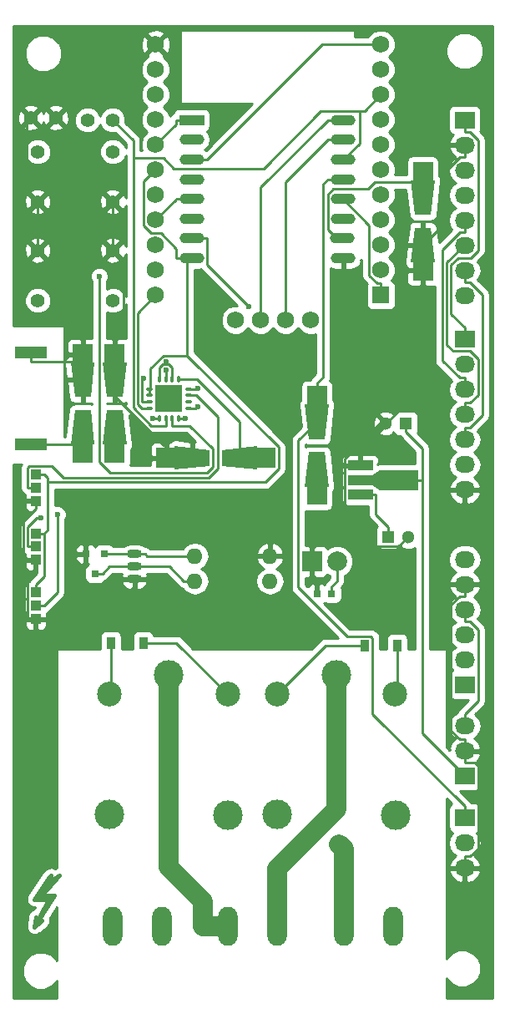
<source format=gbr>
G04 #@! TF.FileFunction,Copper,L1,Top,Signal*
%FSLAX46Y46*%
G04 Gerber Fmt 4.6, Leading zero omitted, Abs format (unit mm)*
G04 Created by KiCad (PCBNEW (2015-08-08 BZR 6073)-product) date Wed 12 Aug 2015 16:27:57 CEST*
%MOMM*%
G01*
G04 APERTURE LIST*
%ADD10C,0.100000*%
%ADD11C,0.381000*%
%ADD12R,0.797560X0.797560*%
%ADD13R,0.910000X1.220000*%
%ADD14R,3.200000X1.300000*%
%ADD15O,1.981200X3.962400*%
%ADD16R,2.032000X1.727200*%
%ADD17O,2.032000X1.727200*%
%ADD18O,1.501140X0.899160*%
%ADD19C,1.397000*%
%ADD20O,1.600000X1.600000*%
%ADD21O,0.350000X0.800000*%
%ADD22O,0.800000X0.350000*%
%ADD23R,1.350000X1.350000*%
%ADD24R,2.500000X1.100000*%
%ADD25O,2.500000X1.100000*%
%ADD26R,1.727200X1.727200*%
%ADD27C,1.727200*%
%ADD28R,2.501900X1.000760*%
%ADD29R,4.000500X1.998980*%
%ADD30R,1.000000X1.000000*%
%ADD31R,1.300000X1.300000*%
%ADD32C,1.300000*%
%ADD33C,2.500000*%
%ADD34C,3.000000*%
%ADD35R,1.998980X1.998980*%
%ADD36R,2.000000X2.000000*%
%ADD37C,2.000000*%
%ADD38R,0.800100X0.800100*%
%ADD39C,0.600000*%
%ADD40C,0.250000*%
%ADD41C,2.000000*%
%ADD42C,0.254000*%
G04 APERTURE END LIST*
D10*
D11*
X24647000Y-117206000D02*
X23250000Y-119111000D01*
X23250000Y-119111000D02*
X24520000Y-119111000D01*
X22996000Y-121016000D02*
X22869000Y-122032000D01*
X22869000Y-122032000D02*
X23631000Y-121397000D01*
X23631000Y-121397000D02*
X23123000Y-121651000D01*
X23123000Y-121651000D02*
X24901000Y-118857000D01*
X24901000Y-118857000D02*
X23631000Y-118857000D01*
X23631000Y-118857000D02*
X25409000Y-116825000D01*
X25409000Y-116825000D02*
X24647000Y-117333000D01*
X24647000Y-117333000D02*
X24520000Y-116825000D01*
X24393000Y-116952000D02*
X22869000Y-119238000D01*
X22869000Y-119238000D02*
X24266000Y-119238000D01*
X24266000Y-119238000D02*
X23123000Y-121524000D01*
X23123000Y-121524000D02*
X22996000Y-121016000D01*
D12*
X52999300Y-88250000D03*
X51500700Y-88250000D03*
D13*
X30615000Y-93250000D03*
X33885000Y-93250000D03*
D14*
X22500000Y-63800000D03*
X22500000Y-73100000D03*
D15*
X47500000Y-122000000D03*
X42500000Y-122000000D03*
X35750000Y-122000000D03*
X30750000Y-122000000D03*
X59250000Y-122000000D03*
X54250000Y-122000000D03*
D16*
X66500000Y-40250000D03*
D17*
X66500000Y-42790000D03*
X66500000Y-45330000D03*
X66500000Y-47870000D03*
X66500000Y-50410000D03*
X66500000Y-52950000D03*
X66500000Y-55490000D03*
X66500000Y-58030000D03*
D16*
X66500000Y-62500000D03*
D17*
X66500000Y-65040000D03*
X66500000Y-67580000D03*
X66500000Y-70120000D03*
X66500000Y-72660000D03*
X66500000Y-75200000D03*
X66500000Y-77740000D03*
D16*
X66500000Y-106750000D03*
D17*
X66500000Y-104210000D03*
X66500000Y-101670000D03*
D16*
X66500000Y-111000000D03*
D17*
X66500000Y-113540000D03*
X66500000Y-116080000D03*
D16*
X66500000Y-97500000D03*
D17*
X66500000Y-94960000D03*
X66500000Y-92420000D03*
X66500000Y-89880000D03*
X66500000Y-87340000D03*
X66500000Y-84800000D03*
D18*
X33000000Y-85520000D03*
X33000000Y-86790000D03*
X33000000Y-84250000D03*
D19*
X23190000Y-58540000D03*
X23190000Y-53460000D03*
X30810000Y-58540000D03*
X30810000Y-53460000D03*
X30810000Y-43460000D03*
X30810000Y-48540000D03*
X23190000Y-43460000D03*
X23190000Y-48540000D03*
D20*
X46750000Y-87000000D03*
X46750000Y-84460000D03*
X39130000Y-84460000D03*
X39130000Y-87000000D03*
D21*
X37475000Y-66500000D03*
X36825000Y-66500000D03*
X36175000Y-66500000D03*
X35525000Y-66500000D03*
D22*
X34500000Y-67525000D03*
X34500000Y-68175000D03*
X34500000Y-68825000D03*
X34500000Y-69475000D03*
D21*
X35525000Y-70500000D03*
X36175000Y-70500000D03*
X36825000Y-70500000D03*
X37475000Y-70500000D03*
D22*
X38500000Y-69475000D03*
X38500000Y-68825000D03*
X38500000Y-68175000D03*
X38500000Y-67525000D03*
D23*
X35825000Y-69175000D03*
X37175000Y-69175000D03*
X35825000Y-67825000D03*
X37175000Y-67825000D03*
D24*
X38800000Y-40250000D03*
D25*
X38800000Y-42250000D03*
X38800000Y-44250000D03*
X38800000Y-46250000D03*
X38800000Y-48250000D03*
X38800000Y-50250000D03*
X38800000Y-52250000D03*
X38800000Y-54250000D03*
X54200000Y-54250000D03*
X54100000Y-52250000D03*
X54200000Y-50250000D03*
X54200000Y-48250000D03*
X54200000Y-46250000D03*
X54200000Y-44250000D03*
X54200000Y-42250000D03*
X54200000Y-40250000D03*
D26*
X58000000Y-58000000D03*
D27*
X58000000Y-55460000D03*
X58000000Y-52920000D03*
X58000000Y-50380000D03*
X58000000Y-47840000D03*
X58000000Y-45300000D03*
X58000000Y-42760000D03*
X58000000Y-40220000D03*
X58000000Y-37680000D03*
X58000000Y-35140000D03*
X58000000Y-32600000D03*
X35140000Y-32600000D03*
X35140000Y-35140000D03*
X35140000Y-37680000D03*
X35140000Y-40220000D03*
X35140000Y-42760000D03*
X35140000Y-45300000D03*
X35140000Y-47840000D03*
X35140000Y-50380000D03*
X35140000Y-52920000D03*
X35140000Y-55460000D03*
X35140000Y-58000000D03*
X43268000Y-60540000D03*
X45808000Y-60540000D03*
X48348000Y-60540000D03*
X50888000Y-60540000D03*
D28*
X55897960Y-75248860D03*
X55897960Y-76750000D03*
X55897960Y-78251140D03*
D29*
X59850200Y-76750000D03*
D10*
G36*
X57875350Y-77750760D02*
X57126050Y-77250380D01*
X57126050Y-76249620D01*
X57875350Y-75749240D01*
X57875350Y-77750760D01*
X57875350Y-77750760D01*
G37*
D19*
X30770000Y-40250000D03*
X28230000Y-40250000D03*
X25020000Y-40000000D03*
X22480000Y-40000000D03*
D30*
X23000000Y-88150000D03*
X23000000Y-90850000D03*
X23000000Y-89500000D03*
X23000000Y-82150000D03*
X23000000Y-84850000D03*
X23000000Y-83500000D03*
X23000000Y-76150000D03*
X23000000Y-78850000D03*
X23000000Y-77500000D03*
D31*
X58750000Y-82500000D03*
D32*
X60750000Y-82500000D03*
D31*
X60500000Y-71000000D03*
D32*
X58500000Y-71000000D03*
D33*
X30450000Y-98450000D03*
D34*
X30450000Y-110650000D03*
X42500000Y-110700000D03*
D33*
X42450000Y-98450000D03*
D34*
X36500000Y-96500000D03*
D33*
X47450000Y-98450000D03*
D34*
X47450000Y-110650000D03*
X59500000Y-110700000D03*
D33*
X59450000Y-98450000D03*
D34*
X53500000Y-96500000D03*
D13*
X56365000Y-93500000D03*
X59635000Y-93500000D03*
D10*
G36*
X29801120Y-64836940D02*
X32198880Y-64836940D01*
X31800100Y-68337060D01*
X30199900Y-68337060D01*
X29801120Y-64836940D01*
X29801120Y-64836940D01*
G37*
G36*
X32198880Y-73163060D02*
X29801120Y-73163060D01*
X30199900Y-69662940D01*
X31800100Y-69662940D01*
X32198880Y-73163060D01*
X32198880Y-73163060D01*
G37*
D35*
X31000000Y-63998740D03*
X31000000Y-74001260D03*
D10*
G36*
X37086940Y-75698880D02*
X37086940Y-73301120D01*
X40587060Y-73699900D01*
X40587060Y-75300100D01*
X37086940Y-75698880D01*
X37086940Y-75698880D01*
G37*
G36*
X45413060Y-73301120D02*
X45413060Y-75698880D01*
X41912940Y-75300100D01*
X41912940Y-73699900D01*
X45413060Y-73301120D01*
X45413060Y-73301120D01*
G37*
D35*
X36248740Y-74500000D03*
X46251260Y-74500000D03*
D36*
X51000000Y-85000000D03*
D37*
X53540000Y-85000000D03*
D10*
G36*
X50301120Y-69086940D02*
X52698880Y-69086940D01*
X52300100Y-72587060D01*
X50699900Y-72587060D01*
X50301120Y-69086940D01*
X50301120Y-69086940D01*
G37*
G36*
X52698880Y-77413060D02*
X50301120Y-77413060D01*
X50699900Y-73912940D01*
X52300100Y-73912940D01*
X52698880Y-77413060D01*
X52698880Y-77413060D01*
G37*
D35*
X51500000Y-68248740D03*
X51500000Y-78251260D03*
D10*
G36*
X26551120Y-64836940D02*
X28948880Y-64836940D01*
X28550100Y-68337060D01*
X26949900Y-68337060D01*
X26551120Y-64836940D01*
X26551120Y-64836940D01*
G37*
G36*
X28948880Y-73163060D02*
X26551120Y-73163060D01*
X26949900Y-69662940D01*
X28550100Y-69662940D01*
X28948880Y-73163060D01*
X28948880Y-73163060D01*
G37*
D35*
X27750000Y-63998740D03*
X27750000Y-74001260D03*
D10*
G36*
X61051120Y-46336940D02*
X63448880Y-46336940D01*
X63050100Y-49837060D01*
X61449900Y-49837060D01*
X61051120Y-46336940D01*
X61051120Y-46336940D01*
G37*
G36*
X63448880Y-54663060D02*
X61051120Y-54663060D01*
X61449900Y-51162940D01*
X63050100Y-51162940D01*
X63448880Y-54663060D01*
X63448880Y-54663060D01*
G37*
D35*
X62250000Y-45498740D03*
X62250000Y-55501260D03*
D38*
X29950000Y-84249240D03*
X28050000Y-84249240D03*
X29000000Y-86248220D03*
D39*
X36175000Y-65593500D03*
X33956100Y-66406700D03*
X36233800Y-64740900D03*
X34839500Y-70500000D03*
X25177300Y-80234000D03*
X23492600Y-80550700D03*
X39403400Y-67498500D03*
X53753500Y-113651600D03*
X29440600Y-56085400D03*
X38179500Y-70500000D03*
X39416600Y-69342200D03*
X44603500Y-59182700D03*
D40*
X22500000Y-73100000D02*
X24425300Y-73100000D01*
X31000000Y-71413000D02*
X31000000Y-74001300D01*
X27750000Y-73100000D02*
X24425300Y-73100000D01*
X27750000Y-74001300D02*
X27750000Y-73100000D01*
X27750000Y-73100000D02*
X27750000Y-71413000D01*
X36175000Y-66500000D02*
X36175000Y-65774700D01*
X36175000Y-65774700D02*
X36175000Y-65593500D01*
X55898000Y-75248900D02*
X54321800Y-75248900D01*
X66500000Y-42790000D02*
X66500000Y-43978900D01*
X62250000Y-55501300D02*
X62250000Y-52913000D01*
X66500000Y-116080000D02*
X66500000Y-114891100D01*
X66500000Y-104210000D02*
X66500000Y-105398900D01*
X67540300Y-105398900D02*
X66500000Y-105398900D01*
X67841400Y-105700000D02*
X67540300Y-105398900D01*
X67841400Y-114069800D02*
X67841400Y-105700000D01*
X67020100Y-114891100D02*
X67841400Y-114069800D01*
X66500000Y-114891100D02*
X67020100Y-114891100D01*
X54321800Y-74587000D02*
X54321800Y-75248900D01*
X57908800Y-71000000D02*
X54321800Y-74587000D01*
X58500000Y-71000000D02*
X57908800Y-71000000D01*
X62250000Y-67250000D02*
X62250000Y-55501300D01*
X58500000Y-71000000D02*
X62250000Y-67250000D01*
X65979900Y-103021100D02*
X66500000Y-103021100D01*
X65120900Y-102162100D02*
X65979900Y-103021100D01*
X65120900Y-89387900D02*
X65120900Y-102162100D01*
X65979900Y-88528900D02*
X65120900Y-89387900D01*
X66500000Y-88528900D02*
X65979900Y-88528900D01*
X66500000Y-87340000D02*
X66500000Y-88528900D01*
X66500000Y-104210000D02*
X66500000Y-103021100D01*
X64387900Y-50775100D02*
X62250000Y-52913000D01*
X64387900Y-45570900D02*
X64387900Y-50775100D01*
X65979900Y-43978900D02*
X64387900Y-45570900D01*
X66500000Y-43978900D02*
X65979900Y-43978900D01*
X31000000Y-63998700D02*
X31000000Y-66587000D01*
X31000000Y-63998700D02*
X31000000Y-62673900D01*
X51500700Y-86826000D02*
X51500700Y-88250000D01*
X51000000Y-86325300D02*
X51500700Y-86826000D01*
X33000000Y-86790000D02*
X33000000Y-87564900D01*
X29714900Y-90850000D02*
X23000000Y-90850000D01*
X33000000Y-87564900D02*
X29714900Y-90850000D01*
X22174700Y-86500600D02*
X23000000Y-85675300D01*
X22174700Y-90850000D02*
X22174700Y-86500600D01*
X23000000Y-90850000D02*
X22174700Y-90850000D01*
X23000000Y-84850000D02*
X23000000Y-85675300D01*
X23000000Y-78850000D02*
X23000000Y-79675300D01*
X23000000Y-84850000D02*
X22174700Y-84850000D01*
X22500000Y-63800000D02*
X22500000Y-64775300D01*
X27750000Y-64775300D02*
X22500000Y-64775300D01*
X27750000Y-63998700D02*
X27750000Y-64775300D01*
X27750000Y-64775300D02*
X27750000Y-66587000D01*
X23190000Y-53460000D02*
X23190000Y-48540000D01*
X22106800Y-40373200D02*
X22480000Y-40000000D01*
X22106800Y-47456800D02*
X22106800Y-40373200D01*
X23190000Y-48540000D02*
X22106800Y-47456800D01*
X21722100Y-84397400D02*
X22174700Y-84850000D01*
X21722100Y-80953200D02*
X21722100Y-84397400D01*
X23000000Y-79675300D02*
X21722100Y-80953200D01*
X36248700Y-74500000D02*
X38837000Y-74500000D01*
X31000000Y-68206500D02*
X31000000Y-66587000D01*
X35968700Y-73175200D02*
X31000000Y-68206500D01*
X36248700Y-73175200D02*
X35968700Y-73175200D01*
X36248700Y-74500000D02*
X36248700Y-73175200D01*
X34500000Y-68825000D02*
X33774700Y-68825000D01*
X51000000Y-85662600D02*
X51000000Y-86325300D01*
X51000000Y-85662600D02*
X51000000Y-85000000D01*
X51000000Y-85000000D02*
X51000000Y-83674700D01*
X31851100Y-54501100D02*
X30810000Y-53460000D01*
X31851100Y-61822800D02*
X31851100Y-54501100D01*
X31000000Y-62673900D02*
X31851100Y-61822800D01*
X30810000Y-48540000D02*
X30810000Y-53460000D01*
X33774700Y-66588100D02*
X33956100Y-66406700D01*
X33774700Y-68825000D02*
X33774700Y-66588100D01*
X35896900Y-64963000D02*
X36233800Y-64963000D01*
X35525000Y-65334900D02*
X35896900Y-64963000D01*
X35525000Y-66500000D02*
X35525000Y-65334900D01*
X36825000Y-65337300D02*
X36825000Y-66500000D01*
X36450700Y-64963000D02*
X36825000Y-65337300D01*
X36233800Y-64963000D02*
X36450700Y-64963000D01*
X36233800Y-64740900D02*
X36233800Y-64963000D01*
X59774600Y-83475400D02*
X60750000Y-82500000D01*
X57444300Y-83475400D02*
X59774600Y-83475400D01*
X54321800Y-80352900D02*
X57444300Y-83475400D01*
X51000000Y-83674700D02*
X54321800Y-80352900D01*
X54321800Y-80352900D02*
X54321800Y-75248900D01*
X46251300Y-74500000D02*
X43663000Y-74500000D01*
X39342900Y-66500000D02*
X37475000Y-66500000D01*
X43663000Y-70820100D02*
X39342900Y-66500000D01*
X43663000Y-74500000D02*
X43663000Y-70820100D01*
X30615000Y-98285000D02*
X30615000Y-93250000D01*
X30450000Y-98450000D02*
X30615000Y-98285000D01*
X57474300Y-80249000D02*
X57474300Y-78251100D01*
X58750000Y-81524700D02*
X57474300Y-80249000D01*
X58750000Y-82500000D02*
X58750000Y-81524700D01*
X55898000Y-78251100D02*
X57474300Y-78251100D01*
X67841400Y-99139700D02*
X66500000Y-100481100D01*
X67841400Y-91890200D02*
X67841400Y-99139700D01*
X67020100Y-91068900D02*
X67841400Y-91890200D01*
X66500000Y-91068900D02*
X67020100Y-91068900D01*
X66500000Y-89880000D02*
X66500000Y-91068900D01*
X66500000Y-101670000D02*
X66500000Y-100481100D01*
X59850200Y-76750000D02*
X57500700Y-76750000D01*
X60500000Y-71000000D02*
X60500000Y-71862700D01*
X59850200Y-76750000D02*
X62175800Y-76750000D01*
X62175800Y-73538500D02*
X62175800Y-76750000D01*
X60500000Y-71862700D02*
X62175800Y-73538500D01*
X57500700Y-76750000D02*
X55898000Y-76750000D01*
X62175800Y-102425800D02*
X62175800Y-76750000D01*
X66500000Y-106750000D02*
X62175800Y-102425800D01*
X34500000Y-68175000D02*
X34500000Y-67525000D01*
X23000000Y-88150000D02*
X23000000Y-87324700D01*
X23825300Y-86499400D02*
X23000000Y-87324700D01*
X23825300Y-82150000D02*
X23825300Y-86499400D01*
X23000000Y-82150000D02*
X23825300Y-82150000D01*
X67020100Y-41438900D02*
X66500000Y-41438900D01*
X67851000Y-42269800D02*
X67020100Y-41438900D01*
X67851000Y-53468800D02*
X67851000Y-42269800D01*
X67099800Y-54220000D02*
X67851000Y-53468800D01*
X65863600Y-54220000D02*
X67099800Y-54220000D01*
X65115000Y-54968600D02*
X65863600Y-54220000D01*
X65115000Y-59926100D02*
X65115000Y-54968600D01*
X66500000Y-61311100D02*
X65115000Y-59926100D01*
X66500000Y-62500000D02*
X66500000Y-61311100D01*
X66500000Y-40250000D02*
X66500000Y-41438900D01*
X23000000Y-76150000D02*
X23825300Y-76150000D01*
X52025300Y-32600000D02*
X40375300Y-44250000D01*
X58000000Y-32600000D02*
X52025300Y-32600000D01*
X39500000Y-44250000D02*
X40375300Y-44250000D01*
X37224700Y-53278200D02*
X37224700Y-54250000D01*
X35663500Y-51717000D02*
X37224700Y-53278200D01*
X34695300Y-51717000D02*
X35663500Y-51717000D01*
X33941200Y-50962900D02*
X34695300Y-51717000D01*
X33941200Y-46498800D02*
X33941200Y-50962900D01*
X35140000Y-45300000D02*
X33941200Y-46498800D01*
X39500000Y-54250000D02*
X38288600Y-54250000D01*
X38288600Y-54250000D02*
X37224700Y-54250000D01*
X24218700Y-76543400D02*
X24218700Y-76974000D01*
X23825300Y-76150000D02*
X24218700Y-76543400D01*
X24218700Y-81756600D02*
X23825300Y-82150000D01*
X24218700Y-76974000D02*
X24218700Y-81756600D01*
X38288600Y-54250000D02*
X38288600Y-64113700D01*
X35939400Y-64113700D02*
X38288600Y-64113700D01*
X34616300Y-65436800D02*
X35939400Y-64113700D01*
X34616300Y-67408700D02*
X34616300Y-65436800D01*
X34500000Y-67525000D02*
X34616300Y-67408700D01*
X46254000Y-76974000D02*
X24218700Y-76974000D01*
X47621200Y-75606800D02*
X46254000Y-76974000D01*
X47621200Y-73405600D02*
X47621200Y-75606800D01*
X38329300Y-64113700D02*
X47621200Y-73405600D01*
X38288600Y-64113700D02*
X38329300Y-64113700D01*
X52999300Y-88250000D02*
X52999300Y-87525900D01*
X51500000Y-78251300D02*
X51500000Y-75663000D01*
X53540000Y-86985200D02*
X53540000Y-85000000D01*
X52999300Y-87525900D02*
X53540000Y-86985200D01*
X52400000Y-93500000D02*
X56365000Y-93500000D01*
X47450000Y-98450000D02*
X52400000Y-93500000D01*
X37250000Y-93250000D02*
X33885000Y-93250000D01*
X42450000Y-98450000D02*
X37250000Y-93250000D01*
X29000000Y-86248220D02*
X29751780Y-86248220D01*
X30480000Y-85520000D02*
X33000000Y-85520000D01*
X29751780Y-86248220D02*
X30480000Y-85520000D01*
X59635000Y-98265000D02*
X59635000Y-93500000D01*
X59450000Y-98450000D02*
X59635000Y-98265000D01*
X36524700Y-85520000D02*
X33000000Y-85520000D01*
X38004700Y-87000000D02*
X36524700Y-85520000D01*
X39130000Y-87000000D02*
X38004700Y-87000000D01*
X34500000Y-69475000D02*
X33774700Y-69475000D01*
X62250000Y-45498700D02*
X62250000Y-46570000D01*
X62250000Y-46570000D02*
X62250000Y-48087000D01*
X52600500Y-51350500D02*
X53500000Y-52250000D01*
X52600500Y-47823400D02*
X52600500Y-51350500D01*
X53173900Y-47250000D02*
X52600500Y-47823400D01*
X56686400Y-47250000D02*
X53173900Y-47250000D01*
X57366400Y-46570000D02*
X56686400Y-47250000D01*
X62250000Y-46570000D02*
X57366400Y-46570000D01*
X33324400Y-69024700D02*
X33774700Y-69475000D01*
X33324400Y-59815600D02*
X33324400Y-69024700D01*
X35140000Y-58000000D02*
X33324400Y-59815600D01*
X34839500Y-70500000D02*
X35525000Y-70500000D01*
X25177300Y-88148000D02*
X25177300Y-80234000D01*
X23825300Y-89500000D02*
X25177300Y-88148000D01*
X23000000Y-89500000D02*
X23825300Y-89500000D01*
X38500000Y-67525000D02*
X39225300Y-67525000D01*
X39251800Y-67498500D02*
X39225300Y-67525000D01*
X39403400Y-67498500D02*
X39251800Y-67498500D01*
X23099700Y-80550700D02*
X23492600Y-80550700D01*
X22174700Y-81475700D02*
X23099700Y-80550700D01*
X22174700Y-83500000D02*
X22174700Y-81475700D01*
X23000000Y-83500000D02*
X22174700Y-83500000D01*
X41421400Y-70371100D02*
X39225300Y-68175000D01*
X41421400Y-75569900D02*
X41421400Y-70371100D01*
X40495200Y-76496100D02*
X41421400Y-75569900D01*
X25817200Y-76496100D02*
X40495200Y-76496100D01*
X24645700Y-75324600D02*
X25817200Y-76496100D01*
X22352800Y-75324600D02*
X24645700Y-75324600D01*
X22174700Y-75502700D02*
X22352800Y-75324600D01*
X22174700Y-77500000D02*
X22174700Y-75502700D01*
X23000000Y-77500000D02*
X22174700Y-77500000D01*
X38500000Y-68175000D02*
X39225300Y-68175000D01*
D41*
X39909100Y-119409100D02*
X39909100Y-122000000D01*
X36500000Y-116000000D02*
X39909100Y-119409100D01*
X36500000Y-96500000D02*
X36500000Y-116000000D01*
X42500000Y-122000000D02*
X39909100Y-122000000D01*
X54250000Y-114148100D02*
X54250000Y-122000000D01*
X53753500Y-113651600D02*
X54250000Y-114148100D01*
X47500000Y-116144700D02*
X47500000Y-122000000D01*
X53500000Y-110144700D02*
X47500000Y-116144700D01*
X53500000Y-96500000D02*
X53500000Y-110144700D01*
D40*
X36175000Y-70500000D02*
X36175000Y-71225300D01*
X56343700Y-39336300D02*
X55825600Y-39336300D01*
X58000000Y-37680000D02*
X56343700Y-39336300D01*
X54183300Y-44250000D02*
X53500000Y-44250000D01*
X55825600Y-42607700D02*
X54183300Y-44250000D01*
X55825600Y-39336300D02*
X55825600Y-42607700D01*
X34665200Y-71225300D02*
X36175000Y-71225300D01*
X32866500Y-69426600D02*
X34665200Y-71225300D01*
X32866500Y-44100200D02*
X32866500Y-69426600D01*
X32866500Y-42346500D02*
X32866500Y-44100200D01*
X30770000Y-40250000D02*
X32866500Y-42346500D01*
X51900600Y-39336300D02*
X55825600Y-39336300D01*
X46083800Y-45153100D02*
X51900600Y-39336300D01*
X36994800Y-45153100D02*
X46083800Y-45153100D01*
X35941900Y-44100200D02*
X36994800Y-45153100D01*
X32866500Y-44100200D02*
X35941900Y-44100200D01*
X66500000Y-50410000D02*
X66500000Y-51598900D01*
X66500000Y-67580000D02*
X66500000Y-66391100D01*
X65979900Y-66391100D02*
X66500000Y-66391100D01*
X64214300Y-64625500D02*
X65979900Y-66391100D01*
X64214300Y-53364500D02*
X64214300Y-64625500D01*
X65979900Y-51598900D02*
X64214300Y-53364500D01*
X66500000Y-51598900D02*
X65979900Y-51598900D01*
X36825000Y-70500000D02*
X36825000Y-71225300D01*
X37224700Y-48295300D02*
X37224700Y-48250000D01*
X35140000Y-50380000D02*
X37224700Y-48295300D01*
X39500000Y-48250000D02*
X37224700Y-48250000D01*
X29440600Y-74930100D02*
X29440600Y-56085400D01*
X30541700Y-76031200D02*
X29440600Y-74930100D01*
X40320000Y-76031200D02*
X30541700Y-76031200D01*
X40939800Y-75411400D02*
X40320000Y-76031200D01*
X40939800Y-73577700D02*
X40939800Y-75411400D01*
X38587400Y-71225300D02*
X40939800Y-73577700D01*
X36825000Y-71225300D02*
X38587400Y-71225300D01*
X67047500Y-68931100D02*
X66500000Y-68931100D01*
X67842500Y-68136100D02*
X67047500Y-68931100D01*
X67842500Y-64520500D02*
X67842500Y-68136100D01*
X67011000Y-63689000D02*
X67842500Y-64520500D01*
X65308700Y-63689000D02*
X67011000Y-63689000D01*
X64664600Y-63044900D02*
X65308700Y-63689000D01*
X64664600Y-54708000D02*
X64664600Y-63044900D01*
X66422600Y-52950000D02*
X64664600Y-54708000D01*
X66500000Y-52950000D02*
X66422600Y-52950000D01*
X66500000Y-70120000D02*
X66500000Y-68931100D01*
X66500000Y-55490000D02*
X66500000Y-56678900D01*
X66500000Y-72660000D02*
X66500000Y-71471100D01*
X37475000Y-70500000D02*
X38179500Y-70500000D01*
X67020100Y-56678900D02*
X66500000Y-56678900D01*
X68292800Y-57951600D02*
X67020100Y-56678900D01*
X68292800Y-70198400D02*
X68292800Y-57951600D01*
X67020100Y-71471100D02*
X68292800Y-70198400D01*
X66500000Y-71471100D02*
X67020100Y-71471100D01*
X38500000Y-69475000D02*
X39225300Y-69475000D01*
X40375300Y-54954500D02*
X44603500Y-59182700D01*
X40375300Y-52250000D02*
X40375300Y-54954500D01*
X39500000Y-52250000D02*
X40375300Y-52250000D01*
X39358100Y-69342200D02*
X39225300Y-69475000D01*
X39416600Y-69342200D02*
X39358100Y-69342200D01*
X51500000Y-68248700D02*
X51500000Y-66923900D01*
X53500000Y-46250000D02*
X52624700Y-46250000D01*
X52150200Y-66273700D02*
X51500000Y-66923900D01*
X52150200Y-46724500D02*
X52150200Y-66273700D01*
X52624700Y-46250000D02*
X52150200Y-46724500D01*
X66500000Y-111000000D02*
X66500000Y-109811100D01*
X51500000Y-70837000D02*
X51500000Y-68248700D01*
X57145300Y-100456400D02*
X66500000Y-109811100D01*
X57145300Y-92755200D02*
X57145300Y-100456400D01*
X56954800Y-92564700D02*
X57145300Y-92755200D01*
X54551800Y-92564700D02*
X56954800Y-92564700D01*
X49628200Y-87641100D02*
X54551800Y-92564700D01*
X49628200Y-72708800D02*
X49628200Y-87641100D01*
X51500000Y-70837000D02*
X49628200Y-72708800D01*
X45808000Y-47066700D02*
X52624700Y-40250000D01*
X45808000Y-60540000D02*
X45808000Y-47066700D01*
X53500000Y-40250000D02*
X52624700Y-40250000D01*
X53500000Y-42250000D02*
X52624700Y-42250000D01*
X48348000Y-46526700D02*
X52624700Y-42250000D01*
X48348000Y-60540000D02*
X48348000Y-46526700D01*
X29950000Y-84249240D02*
X32999240Y-84249240D01*
X32999240Y-84249240D02*
X33000000Y-84250000D01*
X34285900Y-84460000D02*
X34075900Y-84250000D01*
X39130000Y-84460000D02*
X34285900Y-84460000D01*
X33000000Y-84250000D02*
X34075900Y-84250000D01*
X54138800Y-48250000D02*
X53500000Y-48250000D01*
X56811100Y-50922300D02*
X54138800Y-48250000D01*
X56811100Y-55993800D02*
X56811100Y-50922300D01*
X57628400Y-56811100D02*
X56811100Y-55993800D01*
X58000000Y-56811100D02*
X57628400Y-56811100D01*
X58000000Y-58000000D02*
X58000000Y-56811100D01*
X37224700Y-40675300D02*
X35140000Y-42760000D01*
X37224700Y-40250000D02*
X37224700Y-40675300D01*
X39500000Y-40250000D02*
X37224700Y-40250000D01*
D42*
G36*
X69290000Y-129290000D02*
X64618900Y-129290000D01*
X64627000Y-129250000D01*
X64627000Y-127258183D01*
X64651043Y-127316372D01*
X65180839Y-127847093D01*
X65873405Y-128134672D01*
X66623305Y-128135326D01*
X67316372Y-127848957D01*
X67847093Y-127319161D01*
X68134672Y-126626595D01*
X68135326Y-125876695D01*
X67848957Y-125183628D01*
X67319161Y-124652907D01*
X66626595Y-124365328D01*
X65876695Y-124364674D01*
X65183628Y-124651043D01*
X64652907Y-125180839D01*
X64627000Y-125243230D01*
X64627000Y-116439026D01*
X64892642Y-116439026D01*
X64895291Y-116454791D01*
X65149268Y-116982036D01*
X65585680Y-117371954D01*
X66138087Y-117565184D01*
X66373000Y-117420924D01*
X66373000Y-116207000D01*
X66627000Y-116207000D01*
X66627000Y-117420924D01*
X66861913Y-117565184D01*
X67414320Y-117371954D01*
X67850732Y-116982036D01*
X68104709Y-116454791D01*
X68107358Y-116439026D01*
X67986217Y-116207000D01*
X66627000Y-116207000D01*
X66373000Y-116207000D01*
X65013783Y-116207000D01*
X64892642Y-116439026D01*
X64627000Y-116439026D01*
X64627000Y-109012902D01*
X65187017Y-109572919D01*
X65032559Y-109672310D01*
X64887569Y-109884510D01*
X64836560Y-110136400D01*
X64836560Y-111863600D01*
X64880838Y-112098917D01*
X65019910Y-112315041D01*
X65232110Y-112460031D01*
X65273439Y-112468400D01*
X65255585Y-112480330D01*
X64930729Y-112966511D01*
X64816655Y-113540000D01*
X64930729Y-114113489D01*
X65255585Y-114599670D01*
X65565069Y-114806461D01*
X65149268Y-115177964D01*
X64895291Y-115705209D01*
X64892642Y-115720974D01*
X65013783Y-115953000D01*
X66373000Y-115953000D01*
X66373000Y-115933000D01*
X66627000Y-115933000D01*
X66627000Y-115953000D01*
X67986217Y-115953000D01*
X68107358Y-115720974D01*
X68104709Y-115705209D01*
X67850732Y-115177964D01*
X67434931Y-114806461D01*
X67744415Y-114599670D01*
X68069271Y-114113489D01*
X68183345Y-113540000D01*
X68069271Y-112966511D01*
X67744415Y-112480330D01*
X67730087Y-112470757D01*
X67751317Y-112466762D01*
X67967441Y-112327690D01*
X68112431Y-112115490D01*
X68163440Y-111863600D01*
X68163440Y-110136400D01*
X68119162Y-109901083D01*
X67980090Y-109684959D01*
X67767890Y-109539969D01*
X67516000Y-109488960D01*
X67181233Y-109488960D01*
X67037401Y-109273699D01*
X66024742Y-108261040D01*
X67516000Y-108261040D01*
X67751317Y-108216762D01*
X67967441Y-108077690D01*
X68112431Y-107865490D01*
X68163440Y-107613600D01*
X68163440Y-105886400D01*
X68119162Y-105651083D01*
X67980090Y-105434959D01*
X67767890Y-105289969D01*
X67673073Y-105270768D01*
X67850732Y-105112036D01*
X68104709Y-104584791D01*
X68107358Y-104569026D01*
X67986217Y-104337000D01*
X66627000Y-104337000D01*
X66627000Y-104357000D01*
X66373000Y-104357000D01*
X66373000Y-104337000D01*
X66353000Y-104337000D01*
X66353000Y-104083000D01*
X66373000Y-104083000D01*
X66373000Y-104063000D01*
X66627000Y-104063000D01*
X66627000Y-104083000D01*
X67986217Y-104083000D01*
X68107358Y-103850974D01*
X68104709Y-103835209D01*
X67850732Y-103307964D01*
X67434931Y-102936461D01*
X67744415Y-102729670D01*
X68069271Y-102243489D01*
X68183345Y-101670000D01*
X68069271Y-101096511D01*
X67744415Y-100610330D01*
X67565272Y-100490630D01*
X68378801Y-99677101D01*
X68543548Y-99430539D01*
X68601400Y-99139700D01*
X68601400Y-91890200D01*
X68543548Y-91599361D01*
X68378801Y-91352799D01*
X67833038Y-90807036D01*
X68069271Y-90453489D01*
X68183345Y-89880000D01*
X68069271Y-89306511D01*
X67744415Y-88820330D01*
X67434931Y-88613539D01*
X67850732Y-88242036D01*
X68104709Y-87714791D01*
X68107358Y-87699026D01*
X67986217Y-87467000D01*
X66627000Y-87467000D01*
X66627000Y-87487000D01*
X66373000Y-87487000D01*
X66373000Y-87467000D01*
X65013783Y-87467000D01*
X64892642Y-87699026D01*
X64895291Y-87714791D01*
X65149268Y-88242036D01*
X65565069Y-88613539D01*
X65255585Y-88820330D01*
X64930729Y-89306511D01*
X64816655Y-89880000D01*
X64930729Y-90453489D01*
X65255585Y-90939670D01*
X65570366Y-91150000D01*
X65255585Y-91360330D01*
X64930729Y-91846511D01*
X64816655Y-92420000D01*
X64930729Y-92993489D01*
X65255585Y-93479670D01*
X65570366Y-93690000D01*
X65255585Y-93900330D01*
X64930729Y-94386511D01*
X64816655Y-94960000D01*
X64930729Y-95533489D01*
X65255585Y-96019670D01*
X65269913Y-96029243D01*
X65248683Y-96033238D01*
X65032559Y-96172310D01*
X64887569Y-96384510D01*
X64836560Y-96636400D01*
X64836560Y-98363600D01*
X64880838Y-98598917D01*
X65019910Y-98815041D01*
X65232110Y-98960031D01*
X65484000Y-99011040D01*
X66895258Y-99011040D01*
X65962599Y-99943699D01*
X65797852Y-100190261D01*
X65780443Y-100277781D01*
X65741766Y-100285474D01*
X65255585Y-100610330D01*
X64930729Y-101096511D01*
X64816655Y-101670000D01*
X64930729Y-102243489D01*
X65255585Y-102729670D01*
X65565069Y-102936461D01*
X65149268Y-103307964D01*
X64895291Y-103835209D01*
X64892642Y-103850974D01*
X65013782Y-104082998D01*
X64907800Y-104082998D01*
X64627000Y-103802198D01*
X64627000Y-94000000D01*
X64618315Y-93953841D01*
X64591035Y-93911447D01*
X64549410Y-93883006D01*
X64500000Y-93873000D01*
X62935800Y-93873000D01*
X62935800Y-84800000D01*
X64816655Y-84800000D01*
X64930729Y-85373489D01*
X65255585Y-85859670D01*
X65565069Y-86066461D01*
X65149268Y-86437964D01*
X64895291Y-86965209D01*
X64892642Y-86980974D01*
X65013783Y-87213000D01*
X66373000Y-87213000D01*
X66373000Y-87193000D01*
X66627000Y-87193000D01*
X66627000Y-87213000D01*
X67986217Y-87213000D01*
X68107358Y-86980974D01*
X68104709Y-86965209D01*
X67850732Y-86437964D01*
X67434931Y-86066461D01*
X67744415Y-85859670D01*
X68069271Y-85373489D01*
X68183345Y-84800000D01*
X68069271Y-84226511D01*
X67744415Y-83740330D01*
X67258234Y-83415474D01*
X66684745Y-83301400D01*
X66315255Y-83301400D01*
X65741766Y-83415474D01*
X65255585Y-83740330D01*
X64930729Y-84226511D01*
X64816655Y-84800000D01*
X62935800Y-84800000D01*
X62935800Y-78099026D01*
X64892642Y-78099026D01*
X64895291Y-78114791D01*
X65149268Y-78642036D01*
X65585680Y-79031954D01*
X66138087Y-79225184D01*
X66373000Y-79080924D01*
X66373000Y-77867000D01*
X66627000Y-77867000D01*
X66627000Y-79080924D01*
X66861913Y-79225184D01*
X67414320Y-79031954D01*
X67850732Y-78642036D01*
X68104709Y-78114791D01*
X68107358Y-78099026D01*
X67986217Y-77867000D01*
X66627000Y-77867000D01*
X66373000Y-77867000D01*
X65013783Y-77867000D01*
X64892642Y-78099026D01*
X62935800Y-78099026D01*
X62935800Y-73538500D01*
X62877948Y-73247661D01*
X62713201Y-73001099D01*
X61692672Y-71980570D01*
X61746431Y-71901890D01*
X61797440Y-71650000D01*
X61797440Y-70350000D01*
X61753162Y-70114683D01*
X61614090Y-69898559D01*
X61401890Y-69753569D01*
X61150000Y-69702560D01*
X59850000Y-69702560D01*
X59614683Y-69746838D01*
X59398559Y-69885910D01*
X59321063Y-69999329D01*
X59219410Y-70100982D01*
X59163729Y-69870389D01*
X58680922Y-69702378D01*
X58170572Y-69731917D01*
X57836271Y-69870389D01*
X57780590Y-70100984D01*
X58500000Y-70820395D01*
X58514142Y-70806252D01*
X58693748Y-70985858D01*
X58679605Y-71000000D01*
X58693748Y-71014142D01*
X58514142Y-71193748D01*
X58500000Y-71179605D01*
X57780590Y-71899016D01*
X57836271Y-72129611D01*
X58319078Y-72297622D01*
X58829428Y-72268083D01*
X59163729Y-72129611D01*
X59219410Y-71899018D01*
X59321072Y-72000680D01*
X59385910Y-72101441D01*
X59598110Y-72246431D01*
X59850000Y-72297440D01*
X59894003Y-72297440D01*
X59962599Y-72400101D01*
X61415800Y-73853302D01*
X61415800Y-75103070D01*
X57849950Y-75103070D01*
X57793081Y-75113771D01*
X57753598Y-75113351D01*
X57732843Y-75121858D01*
X57625162Y-75121858D01*
X57783910Y-74963110D01*
X57783910Y-74622171D01*
X57687237Y-74388782D01*
X57508609Y-74210153D01*
X57275220Y-74113480D01*
X56183710Y-74113480D01*
X56024960Y-74272230D01*
X56024960Y-75121860D01*
X56044960Y-75121860D01*
X56044960Y-75375860D01*
X56024960Y-75375860D01*
X56024960Y-75395860D01*
X55770960Y-75395860D01*
X55770960Y-75375860D01*
X54170760Y-75375860D01*
X54012010Y-75534610D01*
X54012010Y-75875549D01*
X54058075Y-75986759D01*
X54050579Y-75997730D01*
X53999570Y-76249620D01*
X53999570Y-77250380D01*
X54043848Y-77485697D01*
X54051478Y-77497554D01*
X54050579Y-77498870D01*
X53999570Y-77750760D01*
X53999570Y-78751520D01*
X54043848Y-78986837D01*
X54182920Y-79202961D01*
X54395120Y-79347951D01*
X54647010Y-79398960D01*
X56714300Y-79398960D01*
X56714300Y-80249000D01*
X56772152Y-80539839D01*
X56936899Y-80786401D01*
X57603035Y-81452537D01*
X57503569Y-81598110D01*
X57452560Y-81850000D01*
X57452560Y-83150000D01*
X57496838Y-83385317D01*
X57635910Y-83601441D01*
X57848110Y-83746431D01*
X58100000Y-83797440D01*
X59400000Y-83797440D01*
X59635317Y-83753162D01*
X59851441Y-83614090D01*
X59928937Y-83500671D01*
X60030590Y-83399018D01*
X60086271Y-83629611D01*
X60569078Y-83797622D01*
X61079428Y-83768083D01*
X61413729Y-83629611D01*
X61415800Y-83621034D01*
X61415800Y-93873000D01*
X60737440Y-93873000D01*
X60737440Y-92890000D01*
X60693162Y-92654683D01*
X60554090Y-92438559D01*
X60341890Y-92293569D01*
X60090000Y-92242560D01*
X59180000Y-92242560D01*
X58944683Y-92286838D01*
X58728559Y-92425910D01*
X58583569Y-92638110D01*
X58532560Y-92890000D01*
X58532560Y-93873000D01*
X57905300Y-93873000D01*
X57905300Y-92755200D01*
X57847448Y-92464361D01*
X57682701Y-92217799D01*
X57492201Y-92027299D01*
X57245639Y-91862552D01*
X56954800Y-91804700D01*
X54866602Y-91804700D01*
X52251987Y-89190085D01*
X52259178Y-89187107D01*
X52260970Y-89185315D01*
X52348630Y-89245211D01*
X52600520Y-89296220D01*
X53398080Y-89296220D01*
X53633397Y-89251942D01*
X53849521Y-89112870D01*
X53994511Y-88900670D01*
X54045520Y-88648780D01*
X54045520Y-87851220D01*
X54001242Y-87615903D01*
X53994530Y-87605472D01*
X54077401Y-87522601D01*
X54242148Y-87276040D01*
X54300000Y-86985200D01*
X54300000Y-86455047D01*
X54464943Y-86386894D01*
X54925278Y-85927363D01*
X55174716Y-85326648D01*
X55175284Y-84676205D01*
X54926894Y-84075057D01*
X54467363Y-83614722D01*
X53866648Y-83365284D01*
X53216205Y-83364716D01*
X52615057Y-83613106D01*
X52552803Y-83675251D01*
X52538327Y-83640302D01*
X52359699Y-83461673D01*
X52126310Y-83365000D01*
X51285750Y-83365000D01*
X51127000Y-83523750D01*
X51127000Y-84873000D01*
X51147000Y-84873000D01*
X51147000Y-85127000D01*
X51127000Y-85127000D01*
X51127000Y-86476250D01*
X51285750Y-86635000D01*
X52126310Y-86635000D01*
X52359699Y-86538327D01*
X52538327Y-86359698D01*
X52552630Y-86325166D01*
X52612637Y-86385278D01*
X52780000Y-86454773D01*
X52780000Y-86670398D01*
X52461899Y-86988499D01*
X52297152Y-87235061D01*
X52284198Y-87300183D01*
X52261241Y-87314956D01*
X52259178Y-87312893D01*
X52025789Y-87216220D01*
X51786450Y-87216220D01*
X51627700Y-87374970D01*
X51627700Y-88123000D01*
X51647700Y-88123000D01*
X51647700Y-88377000D01*
X51627700Y-88377000D01*
X51627700Y-88397000D01*
X51458902Y-88397000D01*
X51353700Y-88291798D01*
X51353700Y-88123000D01*
X51373700Y-88123000D01*
X51373700Y-87374970D01*
X51214950Y-87216220D01*
X50975611Y-87216220D01*
X50742222Y-87312893D01*
X50563593Y-87491521D01*
X50560614Y-87498712D01*
X50388200Y-87326298D01*
X50388200Y-86635000D01*
X50714250Y-86635000D01*
X50873000Y-86476250D01*
X50873000Y-85127000D01*
X50853000Y-85127000D01*
X50853000Y-84873000D01*
X50873000Y-84873000D01*
X50873000Y-83523750D01*
X50714250Y-83365000D01*
X50388200Y-83365000D01*
X50388200Y-79875447D01*
X50500510Y-79898190D01*
X52499490Y-79898190D01*
X52734807Y-79853912D01*
X52950931Y-79714840D01*
X53095921Y-79502640D01*
X53146930Y-79250750D01*
X53146930Y-77866402D01*
X53199955Y-77823063D01*
X53319991Y-77595815D01*
X53342158Y-77339769D01*
X53032534Y-74622171D01*
X54012010Y-74622171D01*
X54012010Y-74963110D01*
X54170760Y-75121860D01*
X55770960Y-75121860D01*
X55770960Y-74272230D01*
X55612210Y-74113480D01*
X54520700Y-74113480D01*
X54287311Y-74210153D01*
X54108683Y-74388782D01*
X54012010Y-74622171D01*
X53032534Y-74622171D01*
X52943378Y-73839649D01*
X52903262Y-73677623D01*
X52764190Y-73461499D01*
X52551990Y-73316509D01*
X52300100Y-73265500D01*
X50699900Y-73265500D01*
X50534374Y-73287017D01*
X50388200Y-73359136D01*
X50388200Y-73142625D01*
X50448010Y-73183491D01*
X50699900Y-73234500D01*
X52300100Y-73234500D01*
X52465626Y-73212983D01*
X52696104Y-73099270D01*
X52864183Y-72904848D01*
X52943378Y-72660351D01*
X53153160Y-70819078D01*
X57202378Y-70819078D01*
X57231917Y-71329428D01*
X57370389Y-71663729D01*
X57600984Y-71719410D01*
X58320395Y-71000000D01*
X57600984Y-70280590D01*
X57370389Y-70336271D01*
X57202378Y-70819078D01*
X53153160Y-70819078D01*
X53342158Y-69160231D01*
X53302042Y-68851623D01*
X53162970Y-68635499D01*
X53146930Y-68624539D01*
X53146930Y-67249250D01*
X53102652Y-67013933D01*
X52963580Y-66797809D01*
X52780203Y-66672513D01*
X52852348Y-66564539D01*
X52910200Y-66273700D01*
X52910200Y-55280339D01*
X52929187Y-55296196D01*
X53373000Y-55435000D01*
X54073000Y-55435000D01*
X54073000Y-54377000D01*
X54053000Y-54377000D01*
X54053000Y-54123000D01*
X54073000Y-54123000D01*
X54073000Y-54103000D01*
X54327000Y-54103000D01*
X54327000Y-54123000D01*
X54347000Y-54123000D01*
X54347000Y-54377000D01*
X54327000Y-54377000D01*
X54327000Y-55435000D01*
X55027000Y-55435000D01*
X55470813Y-55296196D01*
X55827724Y-54998118D01*
X56043398Y-54586146D01*
X56043803Y-54559744D01*
X55918362Y-54377002D01*
X56051100Y-54377002D01*
X56051100Y-55993800D01*
X56108952Y-56284639D01*
X56273699Y-56531201D01*
X56575300Y-56832802D01*
X56539969Y-56884510D01*
X56488960Y-57136400D01*
X56488960Y-58863600D01*
X56533238Y-59098917D01*
X56672310Y-59315041D01*
X56884510Y-59460031D01*
X57136400Y-59511040D01*
X58863600Y-59511040D01*
X59098917Y-59466762D01*
X59315041Y-59327690D01*
X59460031Y-59115490D01*
X59511040Y-58863600D01*
X59511040Y-57136400D01*
X59466762Y-56901083D01*
X59327690Y-56684959D01*
X59115490Y-56539969D01*
X59052180Y-56527148D01*
X59269710Y-56309997D01*
X59486873Y-55787010D01*
X60615510Y-55787010D01*
X60615510Y-56627059D01*
X60712183Y-56860448D01*
X60890811Y-57039077D01*
X61124200Y-57135750D01*
X61964250Y-57135750D01*
X62123000Y-56977000D01*
X62123000Y-55628260D01*
X60774260Y-55628260D01*
X60615510Y-55787010D01*
X59486873Y-55787010D01*
X59498339Y-55759398D01*
X59498859Y-55163218D01*
X59271192Y-54612220D01*
X59248781Y-54589769D01*
X60407842Y-54589769D01*
X60447958Y-54898377D01*
X60587030Y-55114501D01*
X60615510Y-55133961D01*
X60615510Y-55215510D01*
X60774260Y-55374260D01*
X62123000Y-55374260D01*
X62123000Y-53040000D01*
X60584412Y-53040000D01*
X60407842Y-54589769D01*
X59248781Y-54589769D01*
X58849997Y-54190290D01*
X58849069Y-54189905D01*
X59269710Y-53769997D01*
X59498339Y-53219398D01*
X59498717Y-52786000D01*
X60613351Y-52786000D01*
X62123000Y-52786000D01*
X62123000Y-50515500D01*
X62377000Y-50515500D01*
X62377000Y-52786000D01*
X62397000Y-52786000D01*
X62397000Y-53040000D01*
X62377000Y-53040000D01*
X62377000Y-55374260D01*
X62397000Y-55374260D01*
X62397000Y-55628260D01*
X62377000Y-55628260D01*
X62377000Y-56977000D01*
X62535750Y-57135750D01*
X63375800Y-57135750D01*
X63454300Y-57103234D01*
X63454300Y-64625500D01*
X63512152Y-64916339D01*
X63676899Y-65162901D01*
X65166962Y-66652964D01*
X64930729Y-67006511D01*
X64816655Y-67580000D01*
X64930729Y-68153489D01*
X65255585Y-68639670D01*
X65570366Y-68850000D01*
X65255585Y-69060330D01*
X64930729Y-69546511D01*
X64816655Y-70120000D01*
X64930729Y-70693489D01*
X65255585Y-71179670D01*
X65570366Y-71390000D01*
X65255585Y-71600330D01*
X64930729Y-72086511D01*
X64816655Y-72660000D01*
X64930729Y-73233489D01*
X65255585Y-73719670D01*
X65570366Y-73930000D01*
X65255585Y-74140330D01*
X64930729Y-74626511D01*
X64816655Y-75200000D01*
X64930729Y-75773489D01*
X65255585Y-76259670D01*
X65565069Y-76466461D01*
X65149268Y-76837964D01*
X64895291Y-77365209D01*
X64892642Y-77380974D01*
X65013783Y-77613000D01*
X66373000Y-77613000D01*
X66373000Y-77593000D01*
X66627000Y-77593000D01*
X66627000Y-77613000D01*
X67986217Y-77613000D01*
X68107358Y-77380974D01*
X68104709Y-77365209D01*
X67850732Y-76837964D01*
X67434931Y-76466461D01*
X67744415Y-76259670D01*
X68069271Y-75773489D01*
X68183345Y-75200000D01*
X68069271Y-74626511D01*
X67744415Y-74140330D01*
X67429634Y-73930000D01*
X67744415Y-73719670D01*
X68069271Y-73233489D01*
X68183345Y-72660000D01*
X68069271Y-72086511D01*
X67833038Y-71732964D01*
X68830201Y-70735801D01*
X68994948Y-70489239D01*
X69052800Y-70198400D01*
X69052800Y-57951600D01*
X68994948Y-57660761D01*
X68830201Y-57414199D01*
X67833038Y-56417036D01*
X68069271Y-56063489D01*
X68183345Y-55490000D01*
X68069271Y-54916511D01*
X67832477Y-54562125D01*
X68388401Y-54006201D01*
X68553148Y-53759640D01*
X68611000Y-53468800D01*
X68611000Y-42269800D01*
X68553148Y-41978961D01*
X68388401Y-41732399D01*
X68075517Y-41419515D01*
X68112431Y-41365490D01*
X68163440Y-41113600D01*
X68163440Y-39386400D01*
X68119162Y-39151083D01*
X67980090Y-38934959D01*
X67767890Y-38789969D01*
X67516000Y-38738960D01*
X65484000Y-38738960D01*
X65248683Y-38783238D01*
X65032559Y-38922310D01*
X64887569Y-39134510D01*
X64836560Y-39386400D01*
X64836560Y-41113600D01*
X64880838Y-41348917D01*
X65019910Y-41565041D01*
X65232110Y-41710031D01*
X65326927Y-41729232D01*
X65149268Y-41887964D01*
X64895291Y-42415209D01*
X64892642Y-42430974D01*
X65013783Y-42663000D01*
X66373000Y-42663000D01*
X66373000Y-42643000D01*
X66627000Y-42643000D01*
X66627000Y-42663000D01*
X66647000Y-42663000D01*
X66647000Y-42917000D01*
X66627000Y-42917000D01*
X66627000Y-42937000D01*
X66373000Y-42937000D01*
X66373000Y-42917000D01*
X65013783Y-42917000D01*
X64892642Y-43149026D01*
X64895291Y-43164791D01*
X65149268Y-43692036D01*
X65565069Y-44063539D01*
X65255585Y-44270330D01*
X64930729Y-44756511D01*
X64816655Y-45330000D01*
X64930729Y-45903489D01*
X65255585Y-46389670D01*
X65570366Y-46600000D01*
X65255585Y-46810330D01*
X64930729Y-47296511D01*
X64816655Y-47870000D01*
X64930729Y-48443489D01*
X65255585Y-48929670D01*
X65570366Y-49140000D01*
X65255585Y-49350330D01*
X64930729Y-49836511D01*
X64816655Y-50410000D01*
X64930729Y-50983489D01*
X65166962Y-51337036D01*
X63869399Y-52634599D01*
X63693378Y-51089649D01*
X63653262Y-50927623D01*
X63514190Y-50711499D01*
X63301990Y-50566509D01*
X63050100Y-50515500D01*
X62377000Y-50515500D01*
X62123000Y-50515500D01*
X61449900Y-50515500D01*
X61284374Y-50537017D01*
X61053896Y-50650730D01*
X60885817Y-50845152D01*
X60806622Y-51089649D01*
X60613351Y-52786000D01*
X59498717Y-52786000D01*
X59498859Y-52623218D01*
X59271192Y-52072220D01*
X58849997Y-51650290D01*
X58849069Y-51649905D01*
X59269710Y-51229997D01*
X59498339Y-50679398D01*
X59498859Y-50083218D01*
X59271192Y-49532220D01*
X58849997Y-49110290D01*
X58849069Y-49109905D01*
X59269710Y-48689997D01*
X59498339Y-48139398D01*
X59498859Y-47543218D01*
X59410759Y-47330000D01*
X60512634Y-47330000D01*
X60806622Y-49910351D01*
X60846738Y-50072377D01*
X60985810Y-50288501D01*
X61198010Y-50433491D01*
X61449900Y-50484500D01*
X63050100Y-50484500D01*
X63215626Y-50462983D01*
X63446104Y-50349270D01*
X63614183Y-50154848D01*
X63693378Y-49910351D01*
X64092158Y-46410231D01*
X64052042Y-46101623D01*
X63912970Y-45885499D01*
X63896930Y-45874539D01*
X63896930Y-44499250D01*
X63852652Y-44263933D01*
X63713580Y-44047809D01*
X63501380Y-43902819D01*
X63249490Y-43851810D01*
X61250510Y-43851810D01*
X61015193Y-43896088D01*
X60799069Y-44035160D01*
X60654079Y-44247360D01*
X60603070Y-44499250D01*
X60603070Y-45810000D01*
X59410889Y-45810000D01*
X59498339Y-45599398D01*
X59498859Y-45003218D01*
X59271192Y-44452220D01*
X58849997Y-44030290D01*
X58849069Y-44029905D01*
X59269710Y-43609997D01*
X59498339Y-43059398D01*
X59498859Y-42463218D01*
X59271192Y-41912220D01*
X58849997Y-41490290D01*
X58849069Y-41489905D01*
X59269710Y-41069997D01*
X59498339Y-40519398D01*
X59498859Y-39923218D01*
X59271192Y-39372220D01*
X58849997Y-38950290D01*
X58849069Y-38949905D01*
X59269710Y-38529997D01*
X59498339Y-37979398D01*
X59498859Y-37383218D01*
X59271192Y-36832220D01*
X58849997Y-36410290D01*
X58849069Y-36409905D01*
X59269710Y-35989997D01*
X59498339Y-35439398D01*
X59498859Y-34843218D01*
X59271192Y-34292220D01*
X58849997Y-33870290D01*
X58849069Y-33869905D01*
X59096099Y-33623305D01*
X64614674Y-33623305D01*
X64901043Y-34316372D01*
X65430839Y-34847093D01*
X66123405Y-35134672D01*
X66873305Y-35135326D01*
X67566372Y-34848957D01*
X68097093Y-34319161D01*
X68384672Y-33626595D01*
X68385326Y-32876695D01*
X68098957Y-32183628D01*
X67569161Y-31652907D01*
X66876595Y-31365328D01*
X66126695Y-31364674D01*
X65433628Y-31651043D01*
X64902907Y-32180839D01*
X64615328Y-32873405D01*
X64614674Y-33623305D01*
X59096099Y-33623305D01*
X59269710Y-33449997D01*
X59498339Y-32899398D01*
X59498859Y-32303218D01*
X59271192Y-31752220D01*
X58849997Y-31330290D01*
X58299398Y-31101661D01*
X57703218Y-31101141D01*
X57152220Y-31328808D01*
X56730290Y-31750003D01*
X56692920Y-31840000D01*
X55377000Y-31840000D01*
X55377000Y-31250000D01*
X55368315Y-31203841D01*
X55341035Y-31161447D01*
X55299410Y-31133006D01*
X55250000Y-31123000D01*
X37750000Y-31123000D01*
X37703841Y-31131685D01*
X37661447Y-31158965D01*
X37633006Y-31200590D01*
X37623000Y-31250000D01*
X37623000Y-38500000D01*
X37631685Y-38546159D01*
X37658965Y-38588553D01*
X37700590Y-38616994D01*
X37750000Y-38627000D01*
X44923498Y-38627000D01*
X40233121Y-43317377D01*
X40132283Y-43250000D01*
X40374851Y-43087922D01*
X40631726Y-42703480D01*
X40721929Y-42250000D01*
X40631726Y-41796520D01*
X40374851Y-41412078D01*
X40324129Y-41378187D01*
X40501441Y-41264090D01*
X40646431Y-41051890D01*
X40697440Y-40800000D01*
X40697440Y-39700000D01*
X40653162Y-39464683D01*
X40514090Y-39248559D01*
X40301890Y-39103569D01*
X40050000Y-39052560D01*
X37550000Y-39052560D01*
X37314683Y-39096838D01*
X37098559Y-39235910D01*
X36953569Y-39448110D01*
X36933294Y-39548231D01*
X36687299Y-39712599D01*
X36603595Y-39837872D01*
X36411192Y-39372220D01*
X35989997Y-38950290D01*
X35989069Y-38949905D01*
X36409710Y-38529997D01*
X36638339Y-37979398D01*
X36638859Y-37383218D01*
X36411192Y-36832220D01*
X35989997Y-36410290D01*
X35989069Y-36409905D01*
X36409710Y-35989997D01*
X36638339Y-35439398D01*
X36638859Y-34843218D01*
X36411192Y-34292220D01*
X35989997Y-33870290D01*
X35949463Y-33853459D01*
X36014200Y-33653805D01*
X35140000Y-32779605D01*
X34265800Y-33653805D01*
X34330399Y-33853033D01*
X34292220Y-33868808D01*
X33870290Y-34290003D01*
X33641661Y-34840602D01*
X33641141Y-35436782D01*
X33868808Y-35987780D01*
X34290003Y-36409710D01*
X34290931Y-36410095D01*
X33870290Y-36830003D01*
X33641661Y-37380602D01*
X33641141Y-37976782D01*
X33868808Y-38527780D01*
X34290003Y-38949710D01*
X34290931Y-38950095D01*
X33870290Y-39370003D01*
X33641661Y-39920602D01*
X33641141Y-40516782D01*
X33868808Y-41067780D01*
X34290003Y-41489710D01*
X34290931Y-41490095D01*
X33870290Y-41910003D01*
X33641661Y-42460602D01*
X33641141Y-43056782D01*
X33758247Y-43340200D01*
X33626500Y-43340200D01*
X33626500Y-42346500D01*
X33568648Y-42055661D01*
X33403901Y-41809099D01*
X32103275Y-40508473D01*
X32103731Y-39985914D01*
X31901146Y-39495620D01*
X31526353Y-39120173D01*
X31036413Y-38916732D01*
X30505914Y-38916269D01*
X30015620Y-39118854D01*
X29640173Y-39493647D01*
X29499906Y-39831446D01*
X29361146Y-39495620D01*
X28986353Y-39120173D01*
X28496413Y-38916732D01*
X27965914Y-38916269D01*
X27475620Y-39118854D01*
X27100173Y-39493647D01*
X26896732Y-39983587D01*
X26896269Y-40514086D01*
X27098854Y-41004380D01*
X27473647Y-41379827D01*
X27963587Y-41583268D01*
X28494086Y-41583731D01*
X28984380Y-41381146D01*
X29359827Y-41006353D01*
X29500094Y-40668554D01*
X29638854Y-41004380D01*
X30013647Y-41379827D01*
X30503587Y-41583268D01*
X31028924Y-41583726D01*
X32106500Y-42661302D01*
X32106500Y-43105808D01*
X31941146Y-42705620D01*
X31566353Y-42330173D01*
X31076413Y-42126732D01*
X30545914Y-42126269D01*
X30055620Y-42328854D01*
X29680173Y-42703647D01*
X29476732Y-43193587D01*
X29476269Y-43724086D01*
X29678854Y-44214380D01*
X30053647Y-44589827D01*
X30543587Y-44793268D01*
X31074086Y-44793731D01*
X31564380Y-44591146D01*
X31939827Y-44216353D01*
X32106500Y-43814960D01*
X32106500Y-48152952D01*
X31979800Y-47847071D01*
X31744188Y-47785417D01*
X30989605Y-48540000D01*
X31744188Y-49294583D01*
X31979800Y-49232929D01*
X32106500Y-48872951D01*
X32106500Y-53072952D01*
X31979800Y-52767071D01*
X31744188Y-52705417D01*
X30989605Y-53460000D01*
X31744188Y-54214583D01*
X31979800Y-54152929D01*
X32106500Y-53792951D01*
X32106500Y-58185808D01*
X31941146Y-57785620D01*
X31566353Y-57410173D01*
X31076413Y-57206732D01*
X30545914Y-57206269D01*
X30200600Y-57348950D01*
X30200600Y-56647863D01*
X30232792Y-56615727D01*
X30375438Y-56272199D01*
X30375762Y-55900233D01*
X30233717Y-55556457D01*
X29970927Y-55293208D01*
X29627399Y-55150562D01*
X29255433Y-55150238D01*
X28911657Y-55292283D01*
X28648408Y-55555073D01*
X28505762Y-55898601D01*
X28505438Y-56270567D01*
X28647483Y-56614343D01*
X28680600Y-56647518D01*
X28680600Y-62364250D01*
X28035750Y-62364250D01*
X27877000Y-62523000D01*
X27877000Y-63871740D01*
X27897000Y-63871740D01*
X27897000Y-64125740D01*
X27877000Y-64125740D01*
X27877000Y-66460000D01*
X27897000Y-66460000D01*
X27897000Y-66714000D01*
X27877000Y-66714000D01*
X27877000Y-68984500D01*
X28550100Y-68984500D01*
X28680600Y-68967536D01*
X28680600Y-69041927D01*
X28550100Y-69015500D01*
X26949900Y-69015500D01*
X26784374Y-69037017D01*
X26553896Y-69150730D01*
X26385817Y-69345152D01*
X26306622Y-69589649D01*
X25993266Y-72340000D01*
X25877000Y-72340000D01*
X25877000Y-66714000D01*
X26113351Y-66714000D01*
X26306622Y-68410351D01*
X26346738Y-68572377D01*
X26485810Y-68788501D01*
X26698010Y-68933491D01*
X26949900Y-68984500D01*
X27623000Y-68984500D01*
X27623000Y-66714000D01*
X26113351Y-66714000D01*
X25877000Y-66714000D01*
X25877000Y-64910231D01*
X25907842Y-64910231D01*
X26084412Y-66460000D01*
X27623000Y-66460000D01*
X27623000Y-64125740D01*
X26274260Y-64125740D01*
X26115510Y-64284490D01*
X26115510Y-64373430D01*
X26050045Y-64426937D01*
X25930009Y-64654185D01*
X25907842Y-64910231D01*
X25877000Y-64910231D01*
X25877000Y-62872941D01*
X26115510Y-62872941D01*
X26115510Y-63712990D01*
X26274260Y-63871740D01*
X27623000Y-63871740D01*
X27623000Y-62523000D01*
X27464250Y-62364250D01*
X26624200Y-62364250D01*
X26390811Y-62460923D01*
X26212183Y-62639552D01*
X26115510Y-62872941D01*
X25877000Y-62872941D01*
X25877000Y-61250000D01*
X25868315Y-61203841D01*
X25841035Y-61161447D01*
X25799410Y-61133006D01*
X25750000Y-61123000D01*
X20710000Y-61123000D01*
X20710000Y-58804086D01*
X21856269Y-58804086D01*
X22058854Y-59294380D01*
X22433647Y-59669827D01*
X22923587Y-59873268D01*
X23454086Y-59873731D01*
X23944380Y-59671146D01*
X24319827Y-59296353D01*
X24523268Y-58806413D01*
X24523731Y-58275914D01*
X24321146Y-57785620D01*
X23946353Y-57410173D01*
X23456413Y-57206732D01*
X22925914Y-57206269D01*
X22435620Y-57408854D01*
X22060173Y-57783647D01*
X21856732Y-58273587D01*
X21856269Y-58804086D01*
X20710000Y-58804086D01*
X20710000Y-54394188D01*
X22435417Y-54394188D01*
X22497071Y-54629800D01*
X22997480Y-54805927D01*
X23527199Y-54777148D01*
X23882929Y-54629800D01*
X23944583Y-54394188D01*
X30055417Y-54394188D01*
X30117071Y-54629800D01*
X30617480Y-54805927D01*
X31147199Y-54777148D01*
X31502929Y-54629800D01*
X31564583Y-54394188D01*
X30810000Y-53639605D01*
X30055417Y-54394188D01*
X23944583Y-54394188D01*
X23190000Y-53639605D01*
X22435417Y-54394188D01*
X20710000Y-54394188D01*
X20710000Y-53267480D01*
X21844073Y-53267480D01*
X21872852Y-53797199D01*
X22020200Y-54152929D01*
X22255812Y-54214583D01*
X23010395Y-53460000D01*
X23369605Y-53460000D01*
X24124188Y-54214583D01*
X24359800Y-54152929D01*
X24535927Y-53652520D01*
X24515009Y-53267480D01*
X29464073Y-53267480D01*
X29492852Y-53797199D01*
X29640200Y-54152929D01*
X29875812Y-54214583D01*
X30630395Y-53460000D01*
X29875812Y-52705417D01*
X29640200Y-52767071D01*
X29464073Y-53267480D01*
X24515009Y-53267480D01*
X24507148Y-53122801D01*
X24359800Y-52767071D01*
X24124188Y-52705417D01*
X23369605Y-53460000D01*
X23010395Y-53460000D01*
X22255812Y-52705417D01*
X22020200Y-52767071D01*
X21844073Y-53267480D01*
X20710000Y-53267480D01*
X20710000Y-52525812D01*
X22435417Y-52525812D01*
X23190000Y-53280395D01*
X23944583Y-52525812D01*
X30055417Y-52525812D01*
X30810000Y-53280395D01*
X31564583Y-52525812D01*
X31502929Y-52290200D01*
X31002520Y-52114073D01*
X30472801Y-52142852D01*
X30117071Y-52290200D01*
X30055417Y-52525812D01*
X23944583Y-52525812D01*
X23882929Y-52290200D01*
X23382520Y-52114073D01*
X22852801Y-52142852D01*
X22497071Y-52290200D01*
X22435417Y-52525812D01*
X20710000Y-52525812D01*
X20710000Y-49474188D01*
X22435417Y-49474188D01*
X22497071Y-49709800D01*
X22997480Y-49885927D01*
X23527199Y-49857148D01*
X23882929Y-49709800D01*
X23944583Y-49474188D01*
X30055417Y-49474188D01*
X30117071Y-49709800D01*
X30617480Y-49885927D01*
X31147199Y-49857148D01*
X31502929Y-49709800D01*
X31564583Y-49474188D01*
X30810000Y-48719605D01*
X30055417Y-49474188D01*
X23944583Y-49474188D01*
X23190000Y-48719605D01*
X22435417Y-49474188D01*
X20710000Y-49474188D01*
X20710000Y-48347480D01*
X21844073Y-48347480D01*
X21872852Y-48877199D01*
X22020200Y-49232929D01*
X22255812Y-49294583D01*
X23010395Y-48540000D01*
X23369605Y-48540000D01*
X24124188Y-49294583D01*
X24359800Y-49232929D01*
X24535927Y-48732520D01*
X24515009Y-48347480D01*
X29464073Y-48347480D01*
X29492852Y-48877199D01*
X29640200Y-49232929D01*
X29875812Y-49294583D01*
X30630395Y-48540000D01*
X29875812Y-47785417D01*
X29640200Y-47847071D01*
X29464073Y-48347480D01*
X24515009Y-48347480D01*
X24507148Y-48202801D01*
X24359800Y-47847071D01*
X24124188Y-47785417D01*
X23369605Y-48540000D01*
X23010395Y-48540000D01*
X22255812Y-47785417D01*
X22020200Y-47847071D01*
X21844073Y-48347480D01*
X20710000Y-48347480D01*
X20710000Y-47605812D01*
X22435417Y-47605812D01*
X23190000Y-48360395D01*
X23944583Y-47605812D01*
X30055417Y-47605812D01*
X30810000Y-48360395D01*
X31564583Y-47605812D01*
X31502929Y-47370200D01*
X31002520Y-47194073D01*
X30472801Y-47222852D01*
X30117071Y-47370200D01*
X30055417Y-47605812D01*
X23944583Y-47605812D01*
X23882929Y-47370200D01*
X23382520Y-47194073D01*
X22852801Y-47222852D01*
X22497071Y-47370200D01*
X22435417Y-47605812D01*
X20710000Y-47605812D01*
X20710000Y-43724086D01*
X21856269Y-43724086D01*
X22058854Y-44214380D01*
X22433647Y-44589827D01*
X22923587Y-44793268D01*
X23454086Y-44793731D01*
X23944380Y-44591146D01*
X24319827Y-44216353D01*
X24523268Y-43726413D01*
X24523731Y-43195914D01*
X24321146Y-42705620D01*
X23946353Y-42330173D01*
X23456413Y-42126732D01*
X22925914Y-42126269D01*
X22435620Y-42328854D01*
X22060173Y-42703647D01*
X21856732Y-43193587D01*
X21856269Y-43724086D01*
X20710000Y-43724086D01*
X20710000Y-40934188D01*
X21725417Y-40934188D01*
X21787071Y-41169800D01*
X22287480Y-41345927D01*
X22817199Y-41317148D01*
X23172929Y-41169800D01*
X23234583Y-40934188D01*
X24265417Y-40934188D01*
X24327071Y-41169800D01*
X24827480Y-41345927D01*
X25357199Y-41317148D01*
X25712929Y-41169800D01*
X25774583Y-40934188D01*
X25020000Y-40179605D01*
X24265417Y-40934188D01*
X23234583Y-40934188D01*
X22480000Y-40179605D01*
X21725417Y-40934188D01*
X20710000Y-40934188D01*
X20710000Y-39807480D01*
X21134073Y-39807480D01*
X21162852Y-40337199D01*
X21310200Y-40692929D01*
X21545812Y-40754583D01*
X22300395Y-40000000D01*
X22659605Y-40000000D01*
X23414188Y-40754583D01*
X23649800Y-40692929D01*
X23741859Y-40431371D01*
X23850200Y-40692929D01*
X24085812Y-40754583D01*
X24840395Y-40000000D01*
X25199605Y-40000000D01*
X25954188Y-40754583D01*
X26189800Y-40692929D01*
X26365927Y-40192520D01*
X26337148Y-39662801D01*
X26189800Y-39307071D01*
X25954188Y-39245417D01*
X25199605Y-40000000D01*
X24840395Y-40000000D01*
X24085812Y-39245417D01*
X23850200Y-39307071D01*
X23758141Y-39568629D01*
X23649800Y-39307071D01*
X23414188Y-39245417D01*
X22659605Y-40000000D01*
X22300395Y-40000000D01*
X21545812Y-39245417D01*
X21310200Y-39307071D01*
X21134073Y-39807480D01*
X20710000Y-39807480D01*
X20710000Y-39065812D01*
X21725417Y-39065812D01*
X22480000Y-39820395D01*
X23234583Y-39065812D01*
X24265417Y-39065812D01*
X25020000Y-39820395D01*
X25774583Y-39065812D01*
X25712929Y-38830200D01*
X25212520Y-38654073D01*
X24682801Y-38682852D01*
X24327071Y-38830200D01*
X24265417Y-39065812D01*
X23234583Y-39065812D01*
X23172929Y-38830200D01*
X22672520Y-38654073D01*
X22142801Y-38682852D01*
X21787071Y-38830200D01*
X21725417Y-39065812D01*
X20710000Y-39065812D01*
X20710000Y-33873305D01*
X21864674Y-33873305D01*
X22151043Y-34566372D01*
X22680839Y-35097093D01*
X23373405Y-35384672D01*
X24123305Y-35385326D01*
X24816372Y-35098957D01*
X25347093Y-34569161D01*
X25634672Y-33876595D01*
X25635326Y-33126695D01*
X25348957Y-32433628D01*
X25283474Y-32368030D01*
X33629752Y-32368030D01*
X33655942Y-32963635D01*
X33833484Y-33392259D01*
X34086195Y-33474200D01*
X34960395Y-32600000D01*
X35319605Y-32600000D01*
X36193805Y-33474200D01*
X36446516Y-33392259D01*
X36650248Y-32831970D01*
X36624058Y-32236365D01*
X36446516Y-31807741D01*
X36193805Y-31725800D01*
X35319605Y-32600000D01*
X34960395Y-32600000D01*
X34086195Y-31725800D01*
X33833484Y-31807741D01*
X33629752Y-32368030D01*
X25283474Y-32368030D01*
X24819161Y-31902907D01*
X24126595Y-31615328D01*
X23376695Y-31614674D01*
X22683628Y-31901043D01*
X22152907Y-32430839D01*
X21865328Y-33123405D01*
X21864674Y-33873305D01*
X20710000Y-33873305D01*
X20710000Y-31546195D01*
X34265800Y-31546195D01*
X35140000Y-32420395D01*
X36014200Y-31546195D01*
X35932259Y-31293484D01*
X35371970Y-31089752D01*
X34776365Y-31115942D01*
X34347741Y-31293484D01*
X34265800Y-31546195D01*
X20710000Y-31546195D01*
X20710000Y-30710000D01*
X69290000Y-30710000D01*
X69290000Y-129290000D01*
X69290000Y-129290000D01*
G37*
X69290000Y-129290000D02*
X64618900Y-129290000D01*
X64627000Y-129250000D01*
X64627000Y-127258183D01*
X64651043Y-127316372D01*
X65180839Y-127847093D01*
X65873405Y-128134672D01*
X66623305Y-128135326D01*
X67316372Y-127848957D01*
X67847093Y-127319161D01*
X68134672Y-126626595D01*
X68135326Y-125876695D01*
X67848957Y-125183628D01*
X67319161Y-124652907D01*
X66626595Y-124365328D01*
X65876695Y-124364674D01*
X65183628Y-124651043D01*
X64652907Y-125180839D01*
X64627000Y-125243230D01*
X64627000Y-116439026D01*
X64892642Y-116439026D01*
X64895291Y-116454791D01*
X65149268Y-116982036D01*
X65585680Y-117371954D01*
X66138087Y-117565184D01*
X66373000Y-117420924D01*
X66373000Y-116207000D01*
X66627000Y-116207000D01*
X66627000Y-117420924D01*
X66861913Y-117565184D01*
X67414320Y-117371954D01*
X67850732Y-116982036D01*
X68104709Y-116454791D01*
X68107358Y-116439026D01*
X67986217Y-116207000D01*
X66627000Y-116207000D01*
X66373000Y-116207000D01*
X65013783Y-116207000D01*
X64892642Y-116439026D01*
X64627000Y-116439026D01*
X64627000Y-109012902D01*
X65187017Y-109572919D01*
X65032559Y-109672310D01*
X64887569Y-109884510D01*
X64836560Y-110136400D01*
X64836560Y-111863600D01*
X64880838Y-112098917D01*
X65019910Y-112315041D01*
X65232110Y-112460031D01*
X65273439Y-112468400D01*
X65255585Y-112480330D01*
X64930729Y-112966511D01*
X64816655Y-113540000D01*
X64930729Y-114113489D01*
X65255585Y-114599670D01*
X65565069Y-114806461D01*
X65149268Y-115177964D01*
X64895291Y-115705209D01*
X64892642Y-115720974D01*
X65013783Y-115953000D01*
X66373000Y-115953000D01*
X66373000Y-115933000D01*
X66627000Y-115933000D01*
X66627000Y-115953000D01*
X67986217Y-115953000D01*
X68107358Y-115720974D01*
X68104709Y-115705209D01*
X67850732Y-115177964D01*
X67434931Y-114806461D01*
X67744415Y-114599670D01*
X68069271Y-114113489D01*
X68183345Y-113540000D01*
X68069271Y-112966511D01*
X67744415Y-112480330D01*
X67730087Y-112470757D01*
X67751317Y-112466762D01*
X67967441Y-112327690D01*
X68112431Y-112115490D01*
X68163440Y-111863600D01*
X68163440Y-110136400D01*
X68119162Y-109901083D01*
X67980090Y-109684959D01*
X67767890Y-109539969D01*
X67516000Y-109488960D01*
X67181233Y-109488960D01*
X67037401Y-109273699D01*
X66024742Y-108261040D01*
X67516000Y-108261040D01*
X67751317Y-108216762D01*
X67967441Y-108077690D01*
X68112431Y-107865490D01*
X68163440Y-107613600D01*
X68163440Y-105886400D01*
X68119162Y-105651083D01*
X67980090Y-105434959D01*
X67767890Y-105289969D01*
X67673073Y-105270768D01*
X67850732Y-105112036D01*
X68104709Y-104584791D01*
X68107358Y-104569026D01*
X67986217Y-104337000D01*
X66627000Y-104337000D01*
X66627000Y-104357000D01*
X66373000Y-104357000D01*
X66373000Y-104337000D01*
X66353000Y-104337000D01*
X66353000Y-104083000D01*
X66373000Y-104083000D01*
X66373000Y-104063000D01*
X66627000Y-104063000D01*
X66627000Y-104083000D01*
X67986217Y-104083000D01*
X68107358Y-103850974D01*
X68104709Y-103835209D01*
X67850732Y-103307964D01*
X67434931Y-102936461D01*
X67744415Y-102729670D01*
X68069271Y-102243489D01*
X68183345Y-101670000D01*
X68069271Y-101096511D01*
X67744415Y-100610330D01*
X67565272Y-100490630D01*
X68378801Y-99677101D01*
X68543548Y-99430539D01*
X68601400Y-99139700D01*
X68601400Y-91890200D01*
X68543548Y-91599361D01*
X68378801Y-91352799D01*
X67833038Y-90807036D01*
X68069271Y-90453489D01*
X68183345Y-89880000D01*
X68069271Y-89306511D01*
X67744415Y-88820330D01*
X67434931Y-88613539D01*
X67850732Y-88242036D01*
X68104709Y-87714791D01*
X68107358Y-87699026D01*
X67986217Y-87467000D01*
X66627000Y-87467000D01*
X66627000Y-87487000D01*
X66373000Y-87487000D01*
X66373000Y-87467000D01*
X65013783Y-87467000D01*
X64892642Y-87699026D01*
X64895291Y-87714791D01*
X65149268Y-88242036D01*
X65565069Y-88613539D01*
X65255585Y-88820330D01*
X64930729Y-89306511D01*
X64816655Y-89880000D01*
X64930729Y-90453489D01*
X65255585Y-90939670D01*
X65570366Y-91150000D01*
X65255585Y-91360330D01*
X64930729Y-91846511D01*
X64816655Y-92420000D01*
X64930729Y-92993489D01*
X65255585Y-93479670D01*
X65570366Y-93690000D01*
X65255585Y-93900330D01*
X64930729Y-94386511D01*
X64816655Y-94960000D01*
X64930729Y-95533489D01*
X65255585Y-96019670D01*
X65269913Y-96029243D01*
X65248683Y-96033238D01*
X65032559Y-96172310D01*
X64887569Y-96384510D01*
X64836560Y-96636400D01*
X64836560Y-98363600D01*
X64880838Y-98598917D01*
X65019910Y-98815041D01*
X65232110Y-98960031D01*
X65484000Y-99011040D01*
X66895258Y-99011040D01*
X65962599Y-99943699D01*
X65797852Y-100190261D01*
X65780443Y-100277781D01*
X65741766Y-100285474D01*
X65255585Y-100610330D01*
X64930729Y-101096511D01*
X64816655Y-101670000D01*
X64930729Y-102243489D01*
X65255585Y-102729670D01*
X65565069Y-102936461D01*
X65149268Y-103307964D01*
X64895291Y-103835209D01*
X64892642Y-103850974D01*
X65013782Y-104082998D01*
X64907800Y-104082998D01*
X64627000Y-103802198D01*
X64627000Y-94000000D01*
X64618315Y-93953841D01*
X64591035Y-93911447D01*
X64549410Y-93883006D01*
X64500000Y-93873000D01*
X62935800Y-93873000D01*
X62935800Y-84800000D01*
X64816655Y-84800000D01*
X64930729Y-85373489D01*
X65255585Y-85859670D01*
X65565069Y-86066461D01*
X65149268Y-86437964D01*
X64895291Y-86965209D01*
X64892642Y-86980974D01*
X65013783Y-87213000D01*
X66373000Y-87213000D01*
X66373000Y-87193000D01*
X66627000Y-87193000D01*
X66627000Y-87213000D01*
X67986217Y-87213000D01*
X68107358Y-86980974D01*
X68104709Y-86965209D01*
X67850732Y-86437964D01*
X67434931Y-86066461D01*
X67744415Y-85859670D01*
X68069271Y-85373489D01*
X68183345Y-84800000D01*
X68069271Y-84226511D01*
X67744415Y-83740330D01*
X67258234Y-83415474D01*
X66684745Y-83301400D01*
X66315255Y-83301400D01*
X65741766Y-83415474D01*
X65255585Y-83740330D01*
X64930729Y-84226511D01*
X64816655Y-84800000D01*
X62935800Y-84800000D01*
X62935800Y-78099026D01*
X64892642Y-78099026D01*
X64895291Y-78114791D01*
X65149268Y-78642036D01*
X65585680Y-79031954D01*
X66138087Y-79225184D01*
X66373000Y-79080924D01*
X66373000Y-77867000D01*
X66627000Y-77867000D01*
X66627000Y-79080924D01*
X66861913Y-79225184D01*
X67414320Y-79031954D01*
X67850732Y-78642036D01*
X68104709Y-78114791D01*
X68107358Y-78099026D01*
X67986217Y-77867000D01*
X66627000Y-77867000D01*
X66373000Y-77867000D01*
X65013783Y-77867000D01*
X64892642Y-78099026D01*
X62935800Y-78099026D01*
X62935800Y-73538500D01*
X62877948Y-73247661D01*
X62713201Y-73001099D01*
X61692672Y-71980570D01*
X61746431Y-71901890D01*
X61797440Y-71650000D01*
X61797440Y-70350000D01*
X61753162Y-70114683D01*
X61614090Y-69898559D01*
X61401890Y-69753569D01*
X61150000Y-69702560D01*
X59850000Y-69702560D01*
X59614683Y-69746838D01*
X59398559Y-69885910D01*
X59321063Y-69999329D01*
X59219410Y-70100982D01*
X59163729Y-69870389D01*
X58680922Y-69702378D01*
X58170572Y-69731917D01*
X57836271Y-69870389D01*
X57780590Y-70100984D01*
X58500000Y-70820395D01*
X58514142Y-70806252D01*
X58693748Y-70985858D01*
X58679605Y-71000000D01*
X58693748Y-71014142D01*
X58514142Y-71193748D01*
X58500000Y-71179605D01*
X57780590Y-71899016D01*
X57836271Y-72129611D01*
X58319078Y-72297622D01*
X58829428Y-72268083D01*
X59163729Y-72129611D01*
X59219410Y-71899018D01*
X59321072Y-72000680D01*
X59385910Y-72101441D01*
X59598110Y-72246431D01*
X59850000Y-72297440D01*
X59894003Y-72297440D01*
X59962599Y-72400101D01*
X61415800Y-73853302D01*
X61415800Y-75103070D01*
X57849950Y-75103070D01*
X57793081Y-75113771D01*
X57753598Y-75113351D01*
X57732843Y-75121858D01*
X57625162Y-75121858D01*
X57783910Y-74963110D01*
X57783910Y-74622171D01*
X57687237Y-74388782D01*
X57508609Y-74210153D01*
X57275220Y-74113480D01*
X56183710Y-74113480D01*
X56024960Y-74272230D01*
X56024960Y-75121860D01*
X56044960Y-75121860D01*
X56044960Y-75375860D01*
X56024960Y-75375860D01*
X56024960Y-75395860D01*
X55770960Y-75395860D01*
X55770960Y-75375860D01*
X54170760Y-75375860D01*
X54012010Y-75534610D01*
X54012010Y-75875549D01*
X54058075Y-75986759D01*
X54050579Y-75997730D01*
X53999570Y-76249620D01*
X53999570Y-77250380D01*
X54043848Y-77485697D01*
X54051478Y-77497554D01*
X54050579Y-77498870D01*
X53999570Y-77750760D01*
X53999570Y-78751520D01*
X54043848Y-78986837D01*
X54182920Y-79202961D01*
X54395120Y-79347951D01*
X54647010Y-79398960D01*
X56714300Y-79398960D01*
X56714300Y-80249000D01*
X56772152Y-80539839D01*
X56936899Y-80786401D01*
X57603035Y-81452537D01*
X57503569Y-81598110D01*
X57452560Y-81850000D01*
X57452560Y-83150000D01*
X57496838Y-83385317D01*
X57635910Y-83601441D01*
X57848110Y-83746431D01*
X58100000Y-83797440D01*
X59400000Y-83797440D01*
X59635317Y-83753162D01*
X59851441Y-83614090D01*
X59928937Y-83500671D01*
X60030590Y-83399018D01*
X60086271Y-83629611D01*
X60569078Y-83797622D01*
X61079428Y-83768083D01*
X61413729Y-83629611D01*
X61415800Y-83621034D01*
X61415800Y-93873000D01*
X60737440Y-93873000D01*
X60737440Y-92890000D01*
X60693162Y-92654683D01*
X60554090Y-92438559D01*
X60341890Y-92293569D01*
X60090000Y-92242560D01*
X59180000Y-92242560D01*
X58944683Y-92286838D01*
X58728559Y-92425910D01*
X58583569Y-92638110D01*
X58532560Y-92890000D01*
X58532560Y-93873000D01*
X57905300Y-93873000D01*
X57905300Y-92755200D01*
X57847448Y-92464361D01*
X57682701Y-92217799D01*
X57492201Y-92027299D01*
X57245639Y-91862552D01*
X56954800Y-91804700D01*
X54866602Y-91804700D01*
X52251987Y-89190085D01*
X52259178Y-89187107D01*
X52260970Y-89185315D01*
X52348630Y-89245211D01*
X52600520Y-89296220D01*
X53398080Y-89296220D01*
X53633397Y-89251942D01*
X53849521Y-89112870D01*
X53994511Y-88900670D01*
X54045520Y-88648780D01*
X54045520Y-87851220D01*
X54001242Y-87615903D01*
X53994530Y-87605472D01*
X54077401Y-87522601D01*
X54242148Y-87276040D01*
X54300000Y-86985200D01*
X54300000Y-86455047D01*
X54464943Y-86386894D01*
X54925278Y-85927363D01*
X55174716Y-85326648D01*
X55175284Y-84676205D01*
X54926894Y-84075057D01*
X54467363Y-83614722D01*
X53866648Y-83365284D01*
X53216205Y-83364716D01*
X52615057Y-83613106D01*
X52552803Y-83675251D01*
X52538327Y-83640302D01*
X52359699Y-83461673D01*
X52126310Y-83365000D01*
X51285750Y-83365000D01*
X51127000Y-83523750D01*
X51127000Y-84873000D01*
X51147000Y-84873000D01*
X51147000Y-85127000D01*
X51127000Y-85127000D01*
X51127000Y-86476250D01*
X51285750Y-86635000D01*
X52126310Y-86635000D01*
X52359699Y-86538327D01*
X52538327Y-86359698D01*
X52552630Y-86325166D01*
X52612637Y-86385278D01*
X52780000Y-86454773D01*
X52780000Y-86670398D01*
X52461899Y-86988499D01*
X52297152Y-87235061D01*
X52284198Y-87300183D01*
X52261241Y-87314956D01*
X52259178Y-87312893D01*
X52025789Y-87216220D01*
X51786450Y-87216220D01*
X51627700Y-87374970D01*
X51627700Y-88123000D01*
X51647700Y-88123000D01*
X51647700Y-88377000D01*
X51627700Y-88377000D01*
X51627700Y-88397000D01*
X51458902Y-88397000D01*
X51353700Y-88291798D01*
X51353700Y-88123000D01*
X51373700Y-88123000D01*
X51373700Y-87374970D01*
X51214950Y-87216220D01*
X50975611Y-87216220D01*
X50742222Y-87312893D01*
X50563593Y-87491521D01*
X50560614Y-87498712D01*
X50388200Y-87326298D01*
X50388200Y-86635000D01*
X50714250Y-86635000D01*
X50873000Y-86476250D01*
X50873000Y-85127000D01*
X50853000Y-85127000D01*
X50853000Y-84873000D01*
X50873000Y-84873000D01*
X50873000Y-83523750D01*
X50714250Y-83365000D01*
X50388200Y-83365000D01*
X50388200Y-79875447D01*
X50500510Y-79898190D01*
X52499490Y-79898190D01*
X52734807Y-79853912D01*
X52950931Y-79714840D01*
X53095921Y-79502640D01*
X53146930Y-79250750D01*
X53146930Y-77866402D01*
X53199955Y-77823063D01*
X53319991Y-77595815D01*
X53342158Y-77339769D01*
X53032534Y-74622171D01*
X54012010Y-74622171D01*
X54012010Y-74963110D01*
X54170760Y-75121860D01*
X55770960Y-75121860D01*
X55770960Y-74272230D01*
X55612210Y-74113480D01*
X54520700Y-74113480D01*
X54287311Y-74210153D01*
X54108683Y-74388782D01*
X54012010Y-74622171D01*
X53032534Y-74622171D01*
X52943378Y-73839649D01*
X52903262Y-73677623D01*
X52764190Y-73461499D01*
X52551990Y-73316509D01*
X52300100Y-73265500D01*
X50699900Y-73265500D01*
X50534374Y-73287017D01*
X50388200Y-73359136D01*
X50388200Y-73142625D01*
X50448010Y-73183491D01*
X50699900Y-73234500D01*
X52300100Y-73234500D01*
X52465626Y-73212983D01*
X52696104Y-73099270D01*
X52864183Y-72904848D01*
X52943378Y-72660351D01*
X53153160Y-70819078D01*
X57202378Y-70819078D01*
X57231917Y-71329428D01*
X57370389Y-71663729D01*
X57600984Y-71719410D01*
X58320395Y-71000000D01*
X57600984Y-70280590D01*
X57370389Y-70336271D01*
X57202378Y-70819078D01*
X53153160Y-70819078D01*
X53342158Y-69160231D01*
X53302042Y-68851623D01*
X53162970Y-68635499D01*
X53146930Y-68624539D01*
X53146930Y-67249250D01*
X53102652Y-67013933D01*
X52963580Y-66797809D01*
X52780203Y-66672513D01*
X52852348Y-66564539D01*
X52910200Y-66273700D01*
X52910200Y-55280339D01*
X52929187Y-55296196D01*
X53373000Y-55435000D01*
X54073000Y-55435000D01*
X54073000Y-54377000D01*
X54053000Y-54377000D01*
X54053000Y-54123000D01*
X54073000Y-54123000D01*
X54073000Y-54103000D01*
X54327000Y-54103000D01*
X54327000Y-54123000D01*
X54347000Y-54123000D01*
X54347000Y-54377000D01*
X54327000Y-54377000D01*
X54327000Y-55435000D01*
X55027000Y-55435000D01*
X55470813Y-55296196D01*
X55827724Y-54998118D01*
X56043398Y-54586146D01*
X56043803Y-54559744D01*
X55918362Y-54377002D01*
X56051100Y-54377002D01*
X56051100Y-55993800D01*
X56108952Y-56284639D01*
X56273699Y-56531201D01*
X56575300Y-56832802D01*
X56539969Y-56884510D01*
X56488960Y-57136400D01*
X56488960Y-58863600D01*
X56533238Y-59098917D01*
X56672310Y-59315041D01*
X56884510Y-59460031D01*
X57136400Y-59511040D01*
X58863600Y-59511040D01*
X59098917Y-59466762D01*
X59315041Y-59327690D01*
X59460031Y-59115490D01*
X59511040Y-58863600D01*
X59511040Y-57136400D01*
X59466762Y-56901083D01*
X59327690Y-56684959D01*
X59115490Y-56539969D01*
X59052180Y-56527148D01*
X59269710Y-56309997D01*
X59486873Y-55787010D01*
X60615510Y-55787010D01*
X60615510Y-56627059D01*
X60712183Y-56860448D01*
X60890811Y-57039077D01*
X61124200Y-57135750D01*
X61964250Y-57135750D01*
X62123000Y-56977000D01*
X62123000Y-55628260D01*
X60774260Y-55628260D01*
X60615510Y-55787010D01*
X59486873Y-55787010D01*
X59498339Y-55759398D01*
X59498859Y-55163218D01*
X59271192Y-54612220D01*
X59248781Y-54589769D01*
X60407842Y-54589769D01*
X60447958Y-54898377D01*
X60587030Y-55114501D01*
X60615510Y-55133961D01*
X60615510Y-55215510D01*
X60774260Y-55374260D01*
X62123000Y-55374260D01*
X62123000Y-53040000D01*
X60584412Y-53040000D01*
X60407842Y-54589769D01*
X59248781Y-54589769D01*
X58849997Y-54190290D01*
X58849069Y-54189905D01*
X59269710Y-53769997D01*
X59498339Y-53219398D01*
X59498717Y-52786000D01*
X60613351Y-52786000D01*
X62123000Y-52786000D01*
X62123000Y-50515500D01*
X62377000Y-50515500D01*
X62377000Y-52786000D01*
X62397000Y-52786000D01*
X62397000Y-53040000D01*
X62377000Y-53040000D01*
X62377000Y-55374260D01*
X62397000Y-55374260D01*
X62397000Y-55628260D01*
X62377000Y-55628260D01*
X62377000Y-56977000D01*
X62535750Y-57135750D01*
X63375800Y-57135750D01*
X63454300Y-57103234D01*
X63454300Y-64625500D01*
X63512152Y-64916339D01*
X63676899Y-65162901D01*
X65166962Y-66652964D01*
X64930729Y-67006511D01*
X64816655Y-67580000D01*
X64930729Y-68153489D01*
X65255585Y-68639670D01*
X65570366Y-68850000D01*
X65255585Y-69060330D01*
X64930729Y-69546511D01*
X64816655Y-70120000D01*
X64930729Y-70693489D01*
X65255585Y-71179670D01*
X65570366Y-71390000D01*
X65255585Y-71600330D01*
X64930729Y-72086511D01*
X64816655Y-72660000D01*
X64930729Y-73233489D01*
X65255585Y-73719670D01*
X65570366Y-73930000D01*
X65255585Y-74140330D01*
X64930729Y-74626511D01*
X64816655Y-75200000D01*
X64930729Y-75773489D01*
X65255585Y-76259670D01*
X65565069Y-76466461D01*
X65149268Y-76837964D01*
X64895291Y-77365209D01*
X64892642Y-77380974D01*
X65013783Y-77613000D01*
X66373000Y-77613000D01*
X66373000Y-77593000D01*
X66627000Y-77593000D01*
X66627000Y-77613000D01*
X67986217Y-77613000D01*
X68107358Y-77380974D01*
X68104709Y-77365209D01*
X67850732Y-76837964D01*
X67434931Y-76466461D01*
X67744415Y-76259670D01*
X68069271Y-75773489D01*
X68183345Y-75200000D01*
X68069271Y-74626511D01*
X67744415Y-74140330D01*
X67429634Y-73930000D01*
X67744415Y-73719670D01*
X68069271Y-73233489D01*
X68183345Y-72660000D01*
X68069271Y-72086511D01*
X67833038Y-71732964D01*
X68830201Y-70735801D01*
X68994948Y-70489239D01*
X69052800Y-70198400D01*
X69052800Y-57951600D01*
X68994948Y-57660761D01*
X68830201Y-57414199D01*
X67833038Y-56417036D01*
X68069271Y-56063489D01*
X68183345Y-55490000D01*
X68069271Y-54916511D01*
X67832477Y-54562125D01*
X68388401Y-54006201D01*
X68553148Y-53759640D01*
X68611000Y-53468800D01*
X68611000Y-42269800D01*
X68553148Y-41978961D01*
X68388401Y-41732399D01*
X68075517Y-41419515D01*
X68112431Y-41365490D01*
X68163440Y-41113600D01*
X68163440Y-39386400D01*
X68119162Y-39151083D01*
X67980090Y-38934959D01*
X67767890Y-38789969D01*
X67516000Y-38738960D01*
X65484000Y-38738960D01*
X65248683Y-38783238D01*
X65032559Y-38922310D01*
X64887569Y-39134510D01*
X64836560Y-39386400D01*
X64836560Y-41113600D01*
X64880838Y-41348917D01*
X65019910Y-41565041D01*
X65232110Y-41710031D01*
X65326927Y-41729232D01*
X65149268Y-41887964D01*
X64895291Y-42415209D01*
X64892642Y-42430974D01*
X65013783Y-42663000D01*
X66373000Y-42663000D01*
X66373000Y-42643000D01*
X66627000Y-42643000D01*
X66627000Y-42663000D01*
X66647000Y-42663000D01*
X66647000Y-42917000D01*
X66627000Y-42917000D01*
X66627000Y-42937000D01*
X66373000Y-42937000D01*
X66373000Y-42917000D01*
X65013783Y-42917000D01*
X64892642Y-43149026D01*
X64895291Y-43164791D01*
X65149268Y-43692036D01*
X65565069Y-44063539D01*
X65255585Y-44270330D01*
X64930729Y-44756511D01*
X64816655Y-45330000D01*
X64930729Y-45903489D01*
X65255585Y-46389670D01*
X65570366Y-46600000D01*
X65255585Y-46810330D01*
X64930729Y-47296511D01*
X64816655Y-47870000D01*
X64930729Y-48443489D01*
X65255585Y-48929670D01*
X65570366Y-49140000D01*
X65255585Y-49350330D01*
X64930729Y-49836511D01*
X64816655Y-50410000D01*
X64930729Y-50983489D01*
X65166962Y-51337036D01*
X63869399Y-52634599D01*
X63693378Y-51089649D01*
X63653262Y-50927623D01*
X63514190Y-50711499D01*
X63301990Y-50566509D01*
X63050100Y-50515500D01*
X62377000Y-50515500D01*
X62123000Y-50515500D01*
X61449900Y-50515500D01*
X61284374Y-50537017D01*
X61053896Y-50650730D01*
X60885817Y-50845152D01*
X60806622Y-51089649D01*
X60613351Y-52786000D01*
X59498717Y-52786000D01*
X59498859Y-52623218D01*
X59271192Y-52072220D01*
X58849997Y-51650290D01*
X58849069Y-51649905D01*
X59269710Y-51229997D01*
X59498339Y-50679398D01*
X59498859Y-50083218D01*
X59271192Y-49532220D01*
X58849997Y-49110290D01*
X58849069Y-49109905D01*
X59269710Y-48689997D01*
X59498339Y-48139398D01*
X59498859Y-47543218D01*
X59410759Y-47330000D01*
X60512634Y-47330000D01*
X60806622Y-49910351D01*
X60846738Y-50072377D01*
X60985810Y-50288501D01*
X61198010Y-50433491D01*
X61449900Y-50484500D01*
X63050100Y-50484500D01*
X63215626Y-50462983D01*
X63446104Y-50349270D01*
X63614183Y-50154848D01*
X63693378Y-49910351D01*
X64092158Y-46410231D01*
X64052042Y-46101623D01*
X63912970Y-45885499D01*
X63896930Y-45874539D01*
X63896930Y-44499250D01*
X63852652Y-44263933D01*
X63713580Y-44047809D01*
X63501380Y-43902819D01*
X63249490Y-43851810D01*
X61250510Y-43851810D01*
X61015193Y-43896088D01*
X60799069Y-44035160D01*
X60654079Y-44247360D01*
X60603070Y-44499250D01*
X60603070Y-45810000D01*
X59410889Y-45810000D01*
X59498339Y-45599398D01*
X59498859Y-45003218D01*
X59271192Y-44452220D01*
X58849997Y-44030290D01*
X58849069Y-44029905D01*
X59269710Y-43609997D01*
X59498339Y-43059398D01*
X59498859Y-42463218D01*
X59271192Y-41912220D01*
X58849997Y-41490290D01*
X58849069Y-41489905D01*
X59269710Y-41069997D01*
X59498339Y-40519398D01*
X59498859Y-39923218D01*
X59271192Y-39372220D01*
X58849997Y-38950290D01*
X58849069Y-38949905D01*
X59269710Y-38529997D01*
X59498339Y-37979398D01*
X59498859Y-37383218D01*
X59271192Y-36832220D01*
X58849997Y-36410290D01*
X58849069Y-36409905D01*
X59269710Y-35989997D01*
X59498339Y-35439398D01*
X59498859Y-34843218D01*
X59271192Y-34292220D01*
X58849997Y-33870290D01*
X58849069Y-33869905D01*
X59096099Y-33623305D01*
X64614674Y-33623305D01*
X64901043Y-34316372D01*
X65430839Y-34847093D01*
X66123405Y-35134672D01*
X66873305Y-35135326D01*
X67566372Y-34848957D01*
X68097093Y-34319161D01*
X68384672Y-33626595D01*
X68385326Y-32876695D01*
X68098957Y-32183628D01*
X67569161Y-31652907D01*
X66876595Y-31365328D01*
X66126695Y-31364674D01*
X65433628Y-31651043D01*
X64902907Y-32180839D01*
X64615328Y-32873405D01*
X64614674Y-33623305D01*
X59096099Y-33623305D01*
X59269710Y-33449997D01*
X59498339Y-32899398D01*
X59498859Y-32303218D01*
X59271192Y-31752220D01*
X58849997Y-31330290D01*
X58299398Y-31101661D01*
X57703218Y-31101141D01*
X57152220Y-31328808D01*
X56730290Y-31750003D01*
X56692920Y-31840000D01*
X55377000Y-31840000D01*
X55377000Y-31250000D01*
X55368315Y-31203841D01*
X55341035Y-31161447D01*
X55299410Y-31133006D01*
X55250000Y-31123000D01*
X37750000Y-31123000D01*
X37703841Y-31131685D01*
X37661447Y-31158965D01*
X37633006Y-31200590D01*
X37623000Y-31250000D01*
X37623000Y-38500000D01*
X37631685Y-38546159D01*
X37658965Y-38588553D01*
X37700590Y-38616994D01*
X37750000Y-38627000D01*
X44923498Y-38627000D01*
X40233121Y-43317377D01*
X40132283Y-43250000D01*
X40374851Y-43087922D01*
X40631726Y-42703480D01*
X40721929Y-42250000D01*
X40631726Y-41796520D01*
X40374851Y-41412078D01*
X40324129Y-41378187D01*
X40501441Y-41264090D01*
X40646431Y-41051890D01*
X40697440Y-40800000D01*
X40697440Y-39700000D01*
X40653162Y-39464683D01*
X40514090Y-39248559D01*
X40301890Y-39103569D01*
X40050000Y-39052560D01*
X37550000Y-39052560D01*
X37314683Y-39096838D01*
X37098559Y-39235910D01*
X36953569Y-39448110D01*
X36933294Y-39548231D01*
X36687299Y-39712599D01*
X36603595Y-39837872D01*
X36411192Y-39372220D01*
X35989997Y-38950290D01*
X35989069Y-38949905D01*
X36409710Y-38529997D01*
X36638339Y-37979398D01*
X36638859Y-37383218D01*
X36411192Y-36832220D01*
X35989997Y-36410290D01*
X35989069Y-36409905D01*
X36409710Y-35989997D01*
X36638339Y-35439398D01*
X36638859Y-34843218D01*
X36411192Y-34292220D01*
X35989997Y-33870290D01*
X35949463Y-33853459D01*
X36014200Y-33653805D01*
X35140000Y-32779605D01*
X34265800Y-33653805D01*
X34330399Y-33853033D01*
X34292220Y-33868808D01*
X33870290Y-34290003D01*
X33641661Y-34840602D01*
X33641141Y-35436782D01*
X33868808Y-35987780D01*
X34290003Y-36409710D01*
X34290931Y-36410095D01*
X33870290Y-36830003D01*
X33641661Y-37380602D01*
X33641141Y-37976782D01*
X33868808Y-38527780D01*
X34290003Y-38949710D01*
X34290931Y-38950095D01*
X33870290Y-39370003D01*
X33641661Y-39920602D01*
X33641141Y-40516782D01*
X33868808Y-41067780D01*
X34290003Y-41489710D01*
X34290931Y-41490095D01*
X33870290Y-41910003D01*
X33641661Y-42460602D01*
X33641141Y-43056782D01*
X33758247Y-43340200D01*
X33626500Y-43340200D01*
X33626500Y-42346500D01*
X33568648Y-42055661D01*
X33403901Y-41809099D01*
X32103275Y-40508473D01*
X32103731Y-39985914D01*
X31901146Y-39495620D01*
X31526353Y-39120173D01*
X31036413Y-38916732D01*
X30505914Y-38916269D01*
X30015620Y-39118854D01*
X29640173Y-39493647D01*
X29499906Y-39831446D01*
X29361146Y-39495620D01*
X28986353Y-39120173D01*
X28496413Y-38916732D01*
X27965914Y-38916269D01*
X27475620Y-39118854D01*
X27100173Y-39493647D01*
X26896732Y-39983587D01*
X26896269Y-40514086D01*
X27098854Y-41004380D01*
X27473647Y-41379827D01*
X27963587Y-41583268D01*
X28494086Y-41583731D01*
X28984380Y-41381146D01*
X29359827Y-41006353D01*
X29500094Y-40668554D01*
X29638854Y-41004380D01*
X30013647Y-41379827D01*
X30503587Y-41583268D01*
X31028924Y-41583726D01*
X32106500Y-42661302D01*
X32106500Y-43105808D01*
X31941146Y-42705620D01*
X31566353Y-42330173D01*
X31076413Y-42126732D01*
X30545914Y-42126269D01*
X30055620Y-42328854D01*
X29680173Y-42703647D01*
X29476732Y-43193587D01*
X29476269Y-43724086D01*
X29678854Y-44214380D01*
X30053647Y-44589827D01*
X30543587Y-44793268D01*
X31074086Y-44793731D01*
X31564380Y-44591146D01*
X31939827Y-44216353D01*
X32106500Y-43814960D01*
X32106500Y-48152952D01*
X31979800Y-47847071D01*
X31744188Y-47785417D01*
X30989605Y-48540000D01*
X31744188Y-49294583D01*
X31979800Y-49232929D01*
X32106500Y-48872951D01*
X32106500Y-53072952D01*
X31979800Y-52767071D01*
X31744188Y-52705417D01*
X30989605Y-53460000D01*
X31744188Y-54214583D01*
X31979800Y-54152929D01*
X32106500Y-53792951D01*
X32106500Y-58185808D01*
X31941146Y-57785620D01*
X31566353Y-57410173D01*
X31076413Y-57206732D01*
X30545914Y-57206269D01*
X30200600Y-57348950D01*
X30200600Y-56647863D01*
X30232792Y-56615727D01*
X30375438Y-56272199D01*
X30375762Y-55900233D01*
X30233717Y-55556457D01*
X29970927Y-55293208D01*
X29627399Y-55150562D01*
X29255433Y-55150238D01*
X28911657Y-55292283D01*
X28648408Y-55555073D01*
X28505762Y-55898601D01*
X28505438Y-56270567D01*
X28647483Y-56614343D01*
X28680600Y-56647518D01*
X28680600Y-62364250D01*
X28035750Y-62364250D01*
X27877000Y-62523000D01*
X27877000Y-63871740D01*
X27897000Y-63871740D01*
X27897000Y-64125740D01*
X27877000Y-64125740D01*
X27877000Y-66460000D01*
X27897000Y-66460000D01*
X27897000Y-66714000D01*
X27877000Y-66714000D01*
X27877000Y-68984500D01*
X28550100Y-68984500D01*
X28680600Y-68967536D01*
X28680600Y-69041927D01*
X28550100Y-69015500D01*
X26949900Y-69015500D01*
X26784374Y-69037017D01*
X26553896Y-69150730D01*
X26385817Y-69345152D01*
X26306622Y-69589649D01*
X25993266Y-72340000D01*
X25877000Y-72340000D01*
X25877000Y-66714000D01*
X26113351Y-66714000D01*
X26306622Y-68410351D01*
X26346738Y-68572377D01*
X26485810Y-68788501D01*
X26698010Y-68933491D01*
X26949900Y-68984500D01*
X27623000Y-68984500D01*
X27623000Y-66714000D01*
X26113351Y-66714000D01*
X25877000Y-66714000D01*
X25877000Y-64910231D01*
X25907842Y-64910231D01*
X26084412Y-66460000D01*
X27623000Y-66460000D01*
X27623000Y-64125740D01*
X26274260Y-64125740D01*
X26115510Y-64284490D01*
X26115510Y-64373430D01*
X26050045Y-64426937D01*
X25930009Y-64654185D01*
X25907842Y-64910231D01*
X25877000Y-64910231D01*
X25877000Y-62872941D01*
X26115510Y-62872941D01*
X26115510Y-63712990D01*
X26274260Y-63871740D01*
X27623000Y-63871740D01*
X27623000Y-62523000D01*
X27464250Y-62364250D01*
X26624200Y-62364250D01*
X26390811Y-62460923D01*
X26212183Y-62639552D01*
X26115510Y-62872941D01*
X25877000Y-62872941D01*
X25877000Y-61250000D01*
X25868315Y-61203841D01*
X25841035Y-61161447D01*
X25799410Y-61133006D01*
X25750000Y-61123000D01*
X20710000Y-61123000D01*
X20710000Y-58804086D01*
X21856269Y-58804086D01*
X22058854Y-59294380D01*
X22433647Y-59669827D01*
X22923587Y-59873268D01*
X23454086Y-59873731D01*
X23944380Y-59671146D01*
X24319827Y-59296353D01*
X24523268Y-58806413D01*
X24523731Y-58275914D01*
X24321146Y-57785620D01*
X23946353Y-57410173D01*
X23456413Y-57206732D01*
X22925914Y-57206269D01*
X22435620Y-57408854D01*
X22060173Y-57783647D01*
X21856732Y-58273587D01*
X21856269Y-58804086D01*
X20710000Y-58804086D01*
X20710000Y-54394188D01*
X22435417Y-54394188D01*
X22497071Y-54629800D01*
X22997480Y-54805927D01*
X23527199Y-54777148D01*
X23882929Y-54629800D01*
X23944583Y-54394188D01*
X30055417Y-54394188D01*
X30117071Y-54629800D01*
X30617480Y-54805927D01*
X31147199Y-54777148D01*
X31502929Y-54629800D01*
X31564583Y-54394188D01*
X30810000Y-53639605D01*
X30055417Y-54394188D01*
X23944583Y-54394188D01*
X23190000Y-53639605D01*
X22435417Y-54394188D01*
X20710000Y-54394188D01*
X20710000Y-53267480D01*
X21844073Y-53267480D01*
X21872852Y-53797199D01*
X22020200Y-54152929D01*
X22255812Y-54214583D01*
X23010395Y-53460000D01*
X23369605Y-53460000D01*
X24124188Y-54214583D01*
X24359800Y-54152929D01*
X24535927Y-53652520D01*
X24515009Y-53267480D01*
X29464073Y-53267480D01*
X29492852Y-53797199D01*
X29640200Y-54152929D01*
X29875812Y-54214583D01*
X30630395Y-53460000D01*
X29875812Y-52705417D01*
X29640200Y-52767071D01*
X29464073Y-53267480D01*
X24515009Y-53267480D01*
X24507148Y-53122801D01*
X24359800Y-52767071D01*
X24124188Y-52705417D01*
X23369605Y-53460000D01*
X23010395Y-53460000D01*
X22255812Y-52705417D01*
X22020200Y-52767071D01*
X21844073Y-53267480D01*
X20710000Y-53267480D01*
X20710000Y-52525812D01*
X22435417Y-52525812D01*
X23190000Y-53280395D01*
X23944583Y-52525812D01*
X30055417Y-52525812D01*
X30810000Y-53280395D01*
X31564583Y-52525812D01*
X31502929Y-52290200D01*
X31002520Y-52114073D01*
X30472801Y-52142852D01*
X30117071Y-52290200D01*
X30055417Y-52525812D01*
X23944583Y-52525812D01*
X23882929Y-52290200D01*
X23382520Y-52114073D01*
X22852801Y-52142852D01*
X22497071Y-52290200D01*
X22435417Y-52525812D01*
X20710000Y-52525812D01*
X20710000Y-49474188D01*
X22435417Y-49474188D01*
X22497071Y-49709800D01*
X22997480Y-49885927D01*
X23527199Y-49857148D01*
X23882929Y-49709800D01*
X23944583Y-49474188D01*
X30055417Y-49474188D01*
X30117071Y-49709800D01*
X30617480Y-49885927D01*
X31147199Y-49857148D01*
X31502929Y-49709800D01*
X31564583Y-49474188D01*
X30810000Y-48719605D01*
X30055417Y-49474188D01*
X23944583Y-49474188D01*
X23190000Y-48719605D01*
X22435417Y-49474188D01*
X20710000Y-49474188D01*
X20710000Y-48347480D01*
X21844073Y-48347480D01*
X21872852Y-48877199D01*
X22020200Y-49232929D01*
X22255812Y-49294583D01*
X23010395Y-48540000D01*
X23369605Y-48540000D01*
X24124188Y-49294583D01*
X24359800Y-49232929D01*
X24535927Y-48732520D01*
X24515009Y-48347480D01*
X29464073Y-48347480D01*
X29492852Y-48877199D01*
X29640200Y-49232929D01*
X29875812Y-49294583D01*
X30630395Y-48540000D01*
X29875812Y-47785417D01*
X29640200Y-47847071D01*
X29464073Y-48347480D01*
X24515009Y-48347480D01*
X24507148Y-48202801D01*
X24359800Y-47847071D01*
X24124188Y-47785417D01*
X23369605Y-48540000D01*
X23010395Y-48540000D01*
X22255812Y-47785417D01*
X22020200Y-47847071D01*
X21844073Y-48347480D01*
X20710000Y-48347480D01*
X20710000Y-47605812D01*
X22435417Y-47605812D01*
X23190000Y-48360395D01*
X23944583Y-47605812D01*
X30055417Y-47605812D01*
X30810000Y-48360395D01*
X31564583Y-47605812D01*
X31502929Y-47370200D01*
X31002520Y-47194073D01*
X30472801Y-47222852D01*
X30117071Y-47370200D01*
X30055417Y-47605812D01*
X23944583Y-47605812D01*
X23882929Y-47370200D01*
X23382520Y-47194073D01*
X22852801Y-47222852D01*
X22497071Y-47370200D01*
X22435417Y-47605812D01*
X20710000Y-47605812D01*
X20710000Y-43724086D01*
X21856269Y-43724086D01*
X22058854Y-44214380D01*
X22433647Y-44589827D01*
X22923587Y-44793268D01*
X23454086Y-44793731D01*
X23944380Y-44591146D01*
X24319827Y-44216353D01*
X24523268Y-43726413D01*
X24523731Y-43195914D01*
X24321146Y-42705620D01*
X23946353Y-42330173D01*
X23456413Y-42126732D01*
X22925914Y-42126269D01*
X22435620Y-42328854D01*
X22060173Y-42703647D01*
X21856732Y-43193587D01*
X21856269Y-43724086D01*
X20710000Y-43724086D01*
X20710000Y-40934188D01*
X21725417Y-40934188D01*
X21787071Y-41169800D01*
X22287480Y-41345927D01*
X22817199Y-41317148D01*
X23172929Y-41169800D01*
X23234583Y-40934188D01*
X24265417Y-40934188D01*
X24327071Y-41169800D01*
X24827480Y-41345927D01*
X25357199Y-41317148D01*
X25712929Y-41169800D01*
X25774583Y-40934188D01*
X25020000Y-40179605D01*
X24265417Y-40934188D01*
X23234583Y-40934188D01*
X22480000Y-40179605D01*
X21725417Y-40934188D01*
X20710000Y-40934188D01*
X20710000Y-39807480D01*
X21134073Y-39807480D01*
X21162852Y-40337199D01*
X21310200Y-40692929D01*
X21545812Y-40754583D01*
X22300395Y-40000000D01*
X22659605Y-40000000D01*
X23414188Y-40754583D01*
X23649800Y-40692929D01*
X23741859Y-40431371D01*
X23850200Y-40692929D01*
X24085812Y-40754583D01*
X24840395Y-40000000D01*
X25199605Y-40000000D01*
X25954188Y-40754583D01*
X26189800Y-40692929D01*
X26365927Y-40192520D01*
X26337148Y-39662801D01*
X26189800Y-39307071D01*
X25954188Y-39245417D01*
X25199605Y-40000000D01*
X24840395Y-40000000D01*
X24085812Y-39245417D01*
X23850200Y-39307071D01*
X23758141Y-39568629D01*
X23649800Y-39307071D01*
X23414188Y-39245417D01*
X22659605Y-40000000D01*
X22300395Y-40000000D01*
X21545812Y-39245417D01*
X21310200Y-39307071D01*
X21134073Y-39807480D01*
X20710000Y-39807480D01*
X20710000Y-39065812D01*
X21725417Y-39065812D01*
X22480000Y-39820395D01*
X23234583Y-39065812D01*
X24265417Y-39065812D01*
X25020000Y-39820395D01*
X25774583Y-39065812D01*
X25712929Y-38830200D01*
X25212520Y-38654073D01*
X24682801Y-38682852D01*
X24327071Y-38830200D01*
X24265417Y-39065812D01*
X23234583Y-39065812D01*
X23172929Y-38830200D01*
X22672520Y-38654073D01*
X22142801Y-38682852D01*
X21787071Y-38830200D01*
X21725417Y-39065812D01*
X20710000Y-39065812D01*
X20710000Y-33873305D01*
X21864674Y-33873305D01*
X22151043Y-34566372D01*
X22680839Y-35097093D01*
X23373405Y-35384672D01*
X24123305Y-35385326D01*
X24816372Y-35098957D01*
X25347093Y-34569161D01*
X25634672Y-33876595D01*
X25635326Y-33126695D01*
X25348957Y-32433628D01*
X25283474Y-32368030D01*
X33629752Y-32368030D01*
X33655942Y-32963635D01*
X33833484Y-33392259D01*
X34086195Y-33474200D01*
X34960395Y-32600000D01*
X35319605Y-32600000D01*
X36193805Y-33474200D01*
X36446516Y-33392259D01*
X36650248Y-32831970D01*
X36624058Y-32236365D01*
X36446516Y-31807741D01*
X36193805Y-31725800D01*
X35319605Y-32600000D01*
X34960395Y-32600000D01*
X34086195Y-31725800D01*
X33833484Y-31807741D01*
X33629752Y-32368030D01*
X25283474Y-32368030D01*
X24819161Y-31902907D01*
X24126595Y-31615328D01*
X23376695Y-31614674D01*
X22683628Y-31901043D01*
X22152907Y-32430839D01*
X21865328Y-33123405D01*
X21864674Y-33873305D01*
X20710000Y-33873305D01*
X20710000Y-31546195D01*
X34265800Y-31546195D01*
X35140000Y-32420395D01*
X36014200Y-31546195D01*
X35932259Y-31293484D01*
X35371970Y-31089752D01*
X34776365Y-31115942D01*
X34347741Y-31293484D01*
X34265800Y-31546195D01*
X20710000Y-31546195D01*
X20710000Y-30710000D01*
X69290000Y-30710000D01*
X69290000Y-129290000D01*
G36*
X39837899Y-55491901D02*
X43387502Y-59041504D01*
X42971218Y-59041141D01*
X42420220Y-59268808D01*
X41998290Y-59690003D01*
X41769661Y-60240602D01*
X41769141Y-60836782D01*
X41996808Y-61387780D01*
X42418003Y-61809710D01*
X42968602Y-62038339D01*
X43564782Y-62038859D01*
X44115780Y-61811192D01*
X44537710Y-61389997D01*
X44538095Y-61389069D01*
X44958003Y-61809710D01*
X45508602Y-62038339D01*
X46104782Y-62038859D01*
X46655780Y-61811192D01*
X47077710Y-61389997D01*
X47078095Y-61389069D01*
X47498003Y-61809710D01*
X48048602Y-62038339D01*
X48644782Y-62038859D01*
X49195780Y-61811192D01*
X49617710Y-61389997D01*
X49618095Y-61389069D01*
X50038003Y-61809710D01*
X50588602Y-62038339D01*
X51184782Y-62038859D01*
X51390200Y-61953982D01*
X51390200Y-65958898D01*
X50962599Y-66386499D01*
X50818733Y-66601810D01*
X50500510Y-66601810D01*
X50265193Y-66646088D01*
X50049069Y-66785160D01*
X49904079Y-66997360D01*
X49853070Y-67249250D01*
X49853070Y-68633598D01*
X49800045Y-68676937D01*
X49680009Y-68904185D01*
X49657842Y-69160231D01*
X49907827Y-71354371D01*
X49090799Y-72171399D01*
X48926052Y-72417961D01*
X48868200Y-72708800D01*
X48868200Y-87641100D01*
X48926052Y-87931939D01*
X49090799Y-88178501D01*
X53652298Y-92740000D01*
X52400000Y-92740000D01*
X52109161Y-92797852D01*
X51862599Y-92962599D01*
X50952198Y-93873000D01*
X38947802Y-93873000D01*
X37787401Y-92712599D01*
X37540839Y-92547852D01*
X37250000Y-92490000D01*
X34959216Y-92490000D01*
X34943162Y-92404683D01*
X34804090Y-92188559D01*
X34591890Y-92043569D01*
X34340000Y-91992560D01*
X33430000Y-91992560D01*
X33194683Y-92036838D01*
X32978559Y-92175910D01*
X32833569Y-92388110D01*
X32782560Y-92640000D01*
X32782560Y-93860000D01*
X32785006Y-93873000D01*
X31714807Y-93873000D01*
X31717440Y-93860000D01*
X31717440Y-92640000D01*
X31673162Y-92404683D01*
X31534090Y-92188559D01*
X31321890Y-92043569D01*
X31070000Y-91992560D01*
X30160000Y-91992560D01*
X29924683Y-92036838D01*
X29708559Y-92175910D01*
X29563569Y-92388110D01*
X29512560Y-92640000D01*
X29512560Y-93860000D01*
X29515006Y-93873000D01*
X25250000Y-93873000D01*
X25203841Y-93881685D01*
X25161447Y-93908965D01*
X25133006Y-93950590D01*
X25123000Y-94000000D01*
X25123000Y-116063525D01*
X25043062Y-116085040D01*
X25000603Y-116117696D01*
X24962622Y-116133382D01*
X24944717Y-116117139D01*
X24641500Y-116008490D01*
X24319787Y-116024147D01*
X24028554Y-116161726D01*
X23933991Y-116265964D01*
X23933659Y-116266102D01*
X23706142Y-116494095D01*
X22182142Y-118780095D01*
X22151270Y-118854849D01*
X22106337Y-118922095D01*
X22090392Y-119002255D01*
X22059193Y-119077800D01*
X22059278Y-119158680D01*
X22043500Y-119238000D01*
X22059444Y-119318159D01*
X22059530Y-119399894D01*
X22090559Y-119474583D01*
X22106337Y-119553905D01*
X22151746Y-119621864D01*
X22183102Y-119697341D01*
X22240349Y-119754469D01*
X22285283Y-119821717D01*
X22353242Y-119867125D01*
X22411095Y-119924858D01*
X22485849Y-119955730D01*
X22553095Y-120000663D01*
X22633255Y-120016608D01*
X22708800Y-120047807D01*
X22789680Y-120047722D01*
X22869000Y-120063500D01*
X22930313Y-120063500D01*
X22855953Y-120212219D01*
X22795787Y-120215147D01*
X22786917Y-120219337D01*
X22777131Y-120220043D01*
X22641617Y-120287977D01*
X22504554Y-120352726D01*
X22497962Y-120359993D01*
X22489192Y-120364389D01*
X22390001Y-120479000D01*
X22288139Y-120591283D01*
X22284829Y-120600520D01*
X22278410Y-120607937D01*
X22230631Y-120751775D01*
X22179490Y-120894500D01*
X22179967Y-120904301D01*
X22176875Y-120913609D01*
X22049875Y-121929609D01*
X22050892Y-121943706D01*
X22046890Y-121957263D01*
X22062440Y-122103843D01*
X22073043Y-122250869D01*
X22079378Y-122263506D01*
X22080869Y-122277560D01*
X22151323Y-122407021D01*
X22217389Y-122538808D01*
X22228077Y-122548058D01*
X22234833Y-122560472D01*
X22349478Y-122653126D01*
X22460938Y-122749590D01*
X22474350Y-122754045D01*
X22485344Y-122762930D01*
X22626729Y-122804661D01*
X22766609Y-122851125D01*
X22780706Y-122850108D01*
X22794263Y-122854110D01*
X22940843Y-122838560D01*
X23087869Y-122827957D01*
X23100506Y-122821622D01*
X23114560Y-122820131D01*
X23244021Y-122749677D01*
X23375808Y-122683611D01*
X23385058Y-122672923D01*
X23397472Y-122666167D01*
X24159472Y-122031166D01*
X24201633Y-121978999D01*
X24254627Y-121937870D01*
X24301914Y-121854917D01*
X24361930Y-121780656D01*
X24380920Y-121716320D01*
X24414138Y-121658046D01*
X24426079Y-121563319D01*
X24453111Y-121471737D01*
X24446034Y-121405027D01*
X24454423Y-121338481D01*
X24429206Y-121246397D01*
X24419167Y-121151768D01*
X25123000Y-120045744D01*
X25123000Y-125491817D01*
X25098957Y-125433628D01*
X24569161Y-124902907D01*
X23876595Y-124615328D01*
X23126695Y-124614674D01*
X22433628Y-124901043D01*
X21902907Y-125430839D01*
X21615328Y-126123405D01*
X21614674Y-126873305D01*
X21901043Y-127566372D01*
X22430839Y-128097093D01*
X23123405Y-128384672D01*
X23873305Y-128385326D01*
X24566372Y-128098957D01*
X25097093Y-127569161D01*
X25123000Y-127506770D01*
X25123000Y-129250000D01*
X25130526Y-129290000D01*
X20710000Y-129290000D01*
X20710000Y-91135750D01*
X21865000Y-91135750D01*
X21865000Y-91476309D01*
X21961673Y-91709698D01*
X22140301Y-91888327D01*
X22373690Y-91985000D01*
X22714250Y-91985000D01*
X22873000Y-91826250D01*
X22873000Y-90977000D01*
X23127000Y-90977000D01*
X23127000Y-91826250D01*
X23285750Y-91985000D01*
X23626310Y-91985000D01*
X23859699Y-91888327D01*
X24038327Y-91709698D01*
X24135000Y-91476309D01*
X24135000Y-91135750D01*
X23976250Y-90977000D01*
X23127000Y-90977000D01*
X22873000Y-90977000D01*
X22023750Y-90977000D01*
X21865000Y-91135750D01*
X20710000Y-91135750D01*
X20710000Y-85135750D01*
X21865000Y-85135750D01*
X21865000Y-85476309D01*
X21961673Y-85709698D01*
X22140301Y-85888327D01*
X22373690Y-85985000D01*
X22714250Y-85985000D01*
X22873000Y-85826250D01*
X22873000Y-84977000D01*
X22023750Y-84977000D01*
X21865000Y-85135750D01*
X20710000Y-85135750D01*
X20710000Y-75127000D01*
X21529254Y-75127000D01*
X21472552Y-75211861D01*
X21414700Y-75502700D01*
X21414700Y-77500000D01*
X21472552Y-77790839D01*
X21637299Y-78037401D01*
X21876078Y-78196947D01*
X21865000Y-78223691D01*
X21865000Y-78564250D01*
X22023750Y-78723000D01*
X22873000Y-78723000D01*
X22873000Y-78703000D01*
X23127000Y-78703000D01*
X23127000Y-78723000D01*
X23147000Y-78723000D01*
X23147000Y-78977000D01*
X23127000Y-78977000D01*
X23127000Y-78997000D01*
X22873000Y-78997000D01*
X22873000Y-78977000D01*
X22023750Y-78977000D01*
X21865000Y-79135750D01*
X21865000Y-79476309D01*
X21961673Y-79709698D01*
X22140301Y-79888327D01*
X22373690Y-79985000D01*
X22604652Y-79985000D01*
X22562299Y-80013299D01*
X21637299Y-80938299D01*
X21472552Y-81184861D01*
X21414700Y-81475700D01*
X21414700Y-83500000D01*
X21472552Y-83790839D01*
X21637299Y-84037401D01*
X21876078Y-84196947D01*
X21865000Y-84223691D01*
X21865000Y-84564250D01*
X22023750Y-84723000D01*
X22873000Y-84723000D01*
X22873000Y-84703000D01*
X23065300Y-84703000D01*
X23065300Y-86184598D01*
X22462599Y-86787299D01*
X22297852Y-87033861D01*
X22296460Y-87040859D01*
X22264683Y-87046838D01*
X22048559Y-87185910D01*
X21903569Y-87398110D01*
X21852560Y-87650000D01*
X21852560Y-88650000D01*
X21886697Y-88831424D01*
X21852560Y-89000000D01*
X21852560Y-90000000D01*
X21885389Y-90174469D01*
X21865000Y-90223691D01*
X21865000Y-90564250D01*
X22023750Y-90723000D01*
X22873000Y-90723000D01*
X22873000Y-90703000D01*
X23127000Y-90703000D01*
X23127000Y-90723000D01*
X23976250Y-90723000D01*
X24135000Y-90564250D01*
X24135000Y-90223691D01*
X24123922Y-90196947D01*
X24362701Y-90037401D01*
X25714701Y-88685401D01*
X25879448Y-88438839D01*
X25937300Y-88148000D01*
X25937300Y-85848170D01*
X27952510Y-85848170D01*
X27952510Y-86648270D01*
X27996788Y-86883587D01*
X28135860Y-87099711D01*
X28348060Y-87244701D01*
X28599950Y-87295710D01*
X29400050Y-87295710D01*
X29635367Y-87251432D01*
X29851491Y-87112360D01*
X29870912Y-87083935D01*
X31655019Y-87083935D01*
X31842294Y-87467111D01*
X32166627Y-87743420D01*
X32572010Y-87874580D01*
X32873000Y-87874580D01*
X32873000Y-86917000D01*
X33127000Y-86917000D01*
X33127000Y-87874580D01*
X33427990Y-87874580D01*
X33833373Y-87743420D01*
X34157706Y-87467111D01*
X34344981Y-87083935D01*
X34218068Y-86917000D01*
X33127000Y-86917000D01*
X32873000Y-86917000D01*
X31781932Y-86917000D01*
X31655019Y-87083935D01*
X29870912Y-87083935D01*
X29949522Y-86968886D01*
X30042619Y-86950368D01*
X30289181Y-86785621D01*
X30794802Y-86280000D01*
X31760619Y-86280000D01*
X31655019Y-86496065D01*
X31781932Y-86663000D01*
X32873000Y-86663000D01*
X32873000Y-86643000D01*
X33127000Y-86643000D01*
X33127000Y-86663000D01*
X34218068Y-86663000D01*
X34344981Y-86496065D01*
X34239381Y-86280000D01*
X36209898Y-86280000D01*
X37467299Y-87537401D01*
X37713861Y-87702148D01*
X37903563Y-87739882D01*
X38087189Y-88014698D01*
X38552736Y-88325767D01*
X39101887Y-88435000D01*
X39158113Y-88435000D01*
X39707264Y-88325767D01*
X40172811Y-88014698D01*
X40483880Y-87549151D01*
X40593113Y-87000000D01*
X45286887Y-87000000D01*
X45396120Y-87549151D01*
X45707189Y-88014698D01*
X46172736Y-88325767D01*
X46721887Y-88435000D01*
X46778113Y-88435000D01*
X47327264Y-88325767D01*
X47792811Y-88014698D01*
X48103880Y-87549151D01*
X48213113Y-87000000D01*
X48103880Y-86450849D01*
X47792811Y-85985302D01*
X47388297Y-85715014D01*
X47605134Y-85612389D01*
X47981041Y-85197423D01*
X48141904Y-84809039D01*
X48019915Y-84587000D01*
X46877000Y-84587000D01*
X46877000Y-84607000D01*
X46623000Y-84607000D01*
X46623000Y-84587000D01*
X45480085Y-84587000D01*
X45358096Y-84809039D01*
X45518959Y-85197423D01*
X45894866Y-85612389D01*
X46111703Y-85715014D01*
X45707189Y-85985302D01*
X45396120Y-86450849D01*
X45286887Y-87000000D01*
X40593113Y-87000000D01*
X40483880Y-86450849D01*
X40172811Y-85985302D01*
X39790725Y-85730000D01*
X40172811Y-85474698D01*
X40483880Y-85009151D01*
X40593113Y-84460000D01*
X40523685Y-84110961D01*
X45358096Y-84110961D01*
X45480085Y-84333000D01*
X46623000Y-84333000D01*
X46623000Y-83189371D01*
X46877000Y-83189371D01*
X46877000Y-84333000D01*
X48019915Y-84333000D01*
X48141904Y-84110961D01*
X47981041Y-83722577D01*
X47605134Y-83307611D01*
X47099041Y-83068086D01*
X46877000Y-83189371D01*
X46623000Y-83189371D01*
X46400959Y-83068086D01*
X45894866Y-83307611D01*
X45518959Y-83722577D01*
X45358096Y-84110961D01*
X40523685Y-84110961D01*
X40483880Y-83910849D01*
X40172811Y-83445302D01*
X39707264Y-83134233D01*
X39158113Y-83025000D01*
X39101887Y-83025000D01*
X38552736Y-83134233D01*
X38087189Y-83445302D01*
X37917005Y-83700000D01*
X34594445Y-83700000D01*
X34366739Y-83547852D01*
X34103312Y-83495453D01*
X34095049Y-83483086D01*
X33743186Y-83247979D01*
X33328135Y-83165420D01*
X32671865Y-83165420D01*
X32256814Y-83247979D01*
X31904951Y-83483086D01*
X31900839Y-83489240D01*
X30873013Y-83489240D01*
X30814140Y-83397749D01*
X30601940Y-83252759D01*
X30350050Y-83201750D01*
X29549950Y-83201750D01*
X29314633Y-83246028D01*
X29098509Y-83385100D01*
X29003023Y-83524849D01*
X28988377Y-83489491D01*
X28809748Y-83310863D01*
X28576359Y-83214190D01*
X28335750Y-83214190D01*
X28177000Y-83372940D01*
X28177000Y-84122240D01*
X28197000Y-84122240D01*
X28197000Y-84376240D01*
X28177000Y-84376240D01*
X28177000Y-85125540D01*
X28323157Y-85271697D01*
X28148509Y-85384080D01*
X28003519Y-85596280D01*
X27952510Y-85848170D01*
X25937300Y-85848170D01*
X25937300Y-84534990D01*
X27014950Y-84534990D01*
X27014950Y-84775600D01*
X27111623Y-85008989D01*
X27290252Y-85187617D01*
X27523641Y-85284290D01*
X27764250Y-85284290D01*
X27923000Y-85125540D01*
X27923000Y-84376240D01*
X27173700Y-84376240D01*
X27014950Y-84534990D01*
X25937300Y-84534990D01*
X25937300Y-83722880D01*
X27014950Y-83722880D01*
X27014950Y-83963490D01*
X27173700Y-84122240D01*
X27923000Y-84122240D01*
X27923000Y-83372940D01*
X27764250Y-83214190D01*
X27523641Y-83214190D01*
X27290252Y-83310863D01*
X27111623Y-83489491D01*
X27014950Y-83722880D01*
X25937300Y-83722880D01*
X25937300Y-80796463D01*
X25969492Y-80764327D01*
X26112138Y-80420799D01*
X26112462Y-80048833D01*
X25970417Y-79705057D01*
X25707627Y-79441808D01*
X25364099Y-79299162D01*
X24992133Y-79298838D01*
X24978700Y-79304388D01*
X24978700Y-77734000D01*
X46254000Y-77734000D01*
X46544839Y-77676148D01*
X46791401Y-77511401D01*
X48158601Y-76144201D01*
X48323348Y-75897639D01*
X48381200Y-75606800D01*
X48381200Y-73405600D01*
X48323348Y-73114761D01*
X48158601Y-72868199D01*
X39048600Y-63758198D01*
X39048600Y-55435000D01*
X39536929Y-55435000D01*
X39769031Y-55388832D01*
X39837899Y-55491901D01*
X39837899Y-55491901D01*
G37*
X39837899Y-55491901D02*
X43387502Y-59041504D01*
X42971218Y-59041141D01*
X42420220Y-59268808D01*
X41998290Y-59690003D01*
X41769661Y-60240602D01*
X41769141Y-60836782D01*
X41996808Y-61387780D01*
X42418003Y-61809710D01*
X42968602Y-62038339D01*
X43564782Y-62038859D01*
X44115780Y-61811192D01*
X44537710Y-61389997D01*
X44538095Y-61389069D01*
X44958003Y-61809710D01*
X45508602Y-62038339D01*
X46104782Y-62038859D01*
X46655780Y-61811192D01*
X47077710Y-61389997D01*
X47078095Y-61389069D01*
X47498003Y-61809710D01*
X48048602Y-62038339D01*
X48644782Y-62038859D01*
X49195780Y-61811192D01*
X49617710Y-61389997D01*
X49618095Y-61389069D01*
X50038003Y-61809710D01*
X50588602Y-62038339D01*
X51184782Y-62038859D01*
X51390200Y-61953982D01*
X51390200Y-65958898D01*
X50962599Y-66386499D01*
X50818733Y-66601810D01*
X50500510Y-66601810D01*
X50265193Y-66646088D01*
X50049069Y-66785160D01*
X49904079Y-66997360D01*
X49853070Y-67249250D01*
X49853070Y-68633598D01*
X49800045Y-68676937D01*
X49680009Y-68904185D01*
X49657842Y-69160231D01*
X49907827Y-71354371D01*
X49090799Y-72171399D01*
X48926052Y-72417961D01*
X48868200Y-72708800D01*
X48868200Y-87641100D01*
X48926052Y-87931939D01*
X49090799Y-88178501D01*
X53652298Y-92740000D01*
X52400000Y-92740000D01*
X52109161Y-92797852D01*
X51862599Y-92962599D01*
X50952198Y-93873000D01*
X38947802Y-93873000D01*
X37787401Y-92712599D01*
X37540839Y-92547852D01*
X37250000Y-92490000D01*
X34959216Y-92490000D01*
X34943162Y-92404683D01*
X34804090Y-92188559D01*
X34591890Y-92043569D01*
X34340000Y-91992560D01*
X33430000Y-91992560D01*
X33194683Y-92036838D01*
X32978559Y-92175910D01*
X32833569Y-92388110D01*
X32782560Y-92640000D01*
X32782560Y-93860000D01*
X32785006Y-93873000D01*
X31714807Y-93873000D01*
X31717440Y-93860000D01*
X31717440Y-92640000D01*
X31673162Y-92404683D01*
X31534090Y-92188559D01*
X31321890Y-92043569D01*
X31070000Y-91992560D01*
X30160000Y-91992560D01*
X29924683Y-92036838D01*
X29708559Y-92175910D01*
X29563569Y-92388110D01*
X29512560Y-92640000D01*
X29512560Y-93860000D01*
X29515006Y-93873000D01*
X25250000Y-93873000D01*
X25203841Y-93881685D01*
X25161447Y-93908965D01*
X25133006Y-93950590D01*
X25123000Y-94000000D01*
X25123000Y-116063525D01*
X25043062Y-116085040D01*
X25000603Y-116117696D01*
X24962622Y-116133382D01*
X24944717Y-116117139D01*
X24641500Y-116008490D01*
X24319787Y-116024147D01*
X24028554Y-116161726D01*
X23933991Y-116265964D01*
X23933659Y-116266102D01*
X23706142Y-116494095D01*
X22182142Y-118780095D01*
X22151270Y-118854849D01*
X22106337Y-118922095D01*
X22090392Y-119002255D01*
X22059193Y-119077800D01*
X22059278Y-119158680D01*
X22043500Y-119238000D01*
X22059444Y-119318159D01*
X22059530Y-119399894D01*
X22090559Y-119474583D01*
X22106337Y-119553905D01*
X22151746Y-119621864D01*
X22183102Y-119697341D01*
X22240349Y-119754469D01*
X22285283Y-119821717D01*
X22353242Y-119867125D01*
X22411095Y-119924858D01*
X22485849Y-119955730D01*
X22553095Y-120000663D01*
X22633255Y-120016608D01*
X22708800Y-120047807D01*
X22789680Y-120047722D01*
X22869000Y-120063500D01*
X22930313Y-120063500D01*
X22855953Y-120212219D01*
X22795787Y-120215147D01*
X22786917Y-120219337D01*
X22777131Y-120220043D01*
X22641617Y-120287977D01*
X22504554Y-120352726D01*
X22497962Y-120359993D01*
X22489192Y-120364389D01*
X22390001Y-120479000D01*
X22288139Y-120591283D01*
X22284829Y-120600520D01*
X22278410Y-120607937D01*
X22230631Y-120751775D01*
X22179490Y-120894500D01*
X22179967Y-120904301D01*
X22176875Y-120913609D01*
X22049875Y-121929609D01*
X22050892Y-121943706D01*
X22046890Y-121957263D01*
X22062440Y-122103843D01*
X22073043Y-122250869D01*
X22079378Y-122263506D01*
X22080869Y-122277560D01*
X22151323Y-122407021D01*
X22217389Y-122538808D01*
X22228077Y-122548058D01*
X22234833Y-122560472D01*
X22349478Y-122653126D01*
X22460938Y-122749590D01*
X22474350Y-122754045D01*
X22485344Y-122762930D01*
X22626729Y-122804661D01*
X22766609Y-122851125D01*
X22780706Y-122850108D01*
X22794263Y-122854110D01*
X22940843Y-122838560D01*
X23087869Y-122827957D01*
X23100506Y-122821622D01*
X23114560Y-122820131D01*
X23244021Y-122749677D01*
X23375808Y-122683611D01*
X23385058Y-122672923D01*
X23397472Y-122666167D01*
X24159472Y-122031166D01*
X24201633Y-121978999D01*
X24254627Y-121937870D01*
X24301914Y-121854917D01*
X24361930Y-121780656D01*
X24380920Y-121716320D01*
X24414138Y-121658046D01*
X24426079Y-121563319D01*
X24453111Y-121471737D01*
X24446034Y-121405027D01*
X24454423Y-121338481D01*
X24429206Y-121246397D01*
X24419167Y-121151768D01*
X25123000Y-120045744D01*
X25123000Y-125491817D01*
X25098957Y-125433628D01*
X24569161Y-124902907D01*
X23876595Y-124615328D01*
X23126695Y-124614674D01*
X22433628Y-124901043D01*
X21902907Y-125430839D01*
X21615328Y-126123405D01*
X21614674Y-126873305D01*
X21901043Y-127566372D01*
X22430839Y-128097093D01*
X23123405Y-128384672D01*
X23873305Y-128385326D01*
X24566372Y-128098957D01*
X25097093Y-127569161D01*
X25123000Y-127506770D01*
X25123000Y-129250000D01*
X25130526Y-129290000D01*
X20710000Y-129290000D01*
X20710000Y-91135750D01*
X21865000Y-91135750D01*
X21865000Y-91476309D01*
X21961673Y-91709698D01*
X22140301Y-91888327D01*
X22373690Y-91985000D01*
X22714250Y-91985000D01*
X22873000Y-91826250D01*
X22873000Y-90977000D01*
X23127000Y-90977000D01*
X23127000Y-91826250D01*
X23285750Y-91985000D01*
X23626310Y-91985000D01*
X23859699Y-91888327D01*
X24038327Y-91709698D01*
X24135000Y-91476309D01*
X24135000Y-91135750D01*
X23976250Y-90977000D01*
X23127000Y-90977000D01*
X22873000Y-90977000D01*
X22023750Y-90977000D01*
X21865000Y-91135750D01*
X20710000Y-91135750D01*
X20710000Y-85135750D01*
X21865000Y-85135750D01*
X21865000Y-85476309D01*
X21961673Y-85709698D01*
X22140301Y-85888327D01*
X22373690Y-85985000D01*
X22714250Y-85985000D01*
X22873000Y-85826250D01*
X22873000Y-84977000D01*
X22023750Y-84977000D01*
X21865000Y-85135750D01*
X20710000Y-85135750D01*
X20710000Y-75127000D01*
X21529254Y-75127000D01*
X21472552Y-75211861D01*
X21414700Y-75502700D01*
X21414700Y-77500000D01*
X21472552Y-77790839D01*
X21637299Y-78037401D01*
X21876078Y-78196947D01*
X21865000Y-78223691D01*
X21865000Y-78564250D01*
X22023750Y-78723000D01*
X22873000Y-78723000D01*
X22873000Y-78703000D01*
X23127000Y-78703000D01*
X23127000Y-78723000D01*
X23147000Y-78723000D01*
X23147000Y-78977000D01*
X23127000Y-78977000D01*
X23127000Y-78997000D01*
X22873000Y-78997000D01*
X22873000Y-78977000D01*
X22023750Y-78977000D01*
X21865000Y-79135750D01*
X21865000Y-79476309D01*
X21961673Y-79709698D01*
X22140301Y-79888327D01*
X22373690Y-79985000D01*
X22604652Y-79985000D01*
X22562299Y-80013299D01*
X21637299Y-80938299D01*
X21472552Y-81184861D01*
X21414700Y-81475700D01*
X21414700Y-83500000D01*
X21472552Y-83790839D01*
X21637299Y-84037401D01*
X21876078Y-84196947D01*
X21865000Y-84223691D01*
X21865000Y-84564250D01*
X22023750Y-84723000D01*
X22873000Y-84723000D01*
X22873000Y-84703000D01*
X23065300Y-84703000D01*
X23065300Y-86184598D01*
X22462599Y-86787299D01*
X22297852Y-87033861D01*
X22296460Y-87040859D01*
X22264683Y-87046838D01*
X22048559Y-87185910D01*
X21903569Y-87398110D01*
X21852560Y-87650000D01*
X21852560Y-88650000D01*
X21886697Y-88831424D01*
X21852560Y-89000000D01*
X21852560Y-90000000D01*
X21885389Y-90174469D01*
X21865000Y-90223691D01*
X21865000Y-90564250D01*
X22023750Y-90723000D01*
X22873000Y-90723000D01*
X22873000Y-90703000D01*
X23127000Y-90703000D01*
X23127000Y-90723000D01*
X23976250Y-90723000D01*
X24135000Y-90564250D01*
X24135000Y-90223691D01*
X24123922Y-90196947D01*
X24362701Y-90037401D01*
X25714701Y-88685401D01*
X25879448Y-88438839D01*
X25937300Y-88148000D01*
X25937300Y-85848170D01*
X27952510Y-85848170D01*
X27952510Y-86648270D01*
X27996788Y-86883587D01*
X28135860Y-87099711D01*
X28348060Y-87244701D01*
X28599950Y-87295710D01*
X29400050Y-87295710D01*
X29635367Y-87251432D01*
X29851491Y-87112360D01*
X29870912Y-87083935D01*
X31655019Y-87083935D01*
X31842294Y-87467111D01*
X32166627Y-87743420D01*
X32572010Y-87874580D01*
X32873000Y-87874580D01*
X32873000Y-86917000D01*
X33127000Y-86917000D01*
X33127000Y-87874580D01*
X33427990Y-87874580D01*
X33833373Y-87743420D01*
X34157706Y-87467111D01*
X34344981Y-87083935D01*
X34218068Y-86917000D01*
X33127000Y-86917000D01*
X32873000Y-86917000D01*
X31781932Y-86917000D01*
X31655019Y-87083935D01*
X29870912Y-87083935D01*
X29949522Y-86968886D01*
X30042619Y-86950368D01*
X30289181Y-86785621D01*
X30794802Y-86280000D01*
X31760619Y-86280000D01*
X31655019Y-86496065D01*
X31781932Y-86663000D01*
X32873000Y-86663000D01*
X32873000Y-86643000D01*
X33127000Y-86643000D01*
X33127000Y-86663000D01*
X34218068Y-86663000D01*
X34344981Y-86496065D01*
X34239381Y-86280000D01*
X36209898Y-86280000D01*
X37467299Y-87537401D01*
X37713861Y-87702148D01*
X37903563Y-87739882D01*
X38087189Y-88014698D01*
X38552736Y-88325767D01*
X39101887Y-88435000D01*
X39158113Y-88435000D01*
X39707264Y-88325767D01*
X40172811Y-88014698D01*
X40483880Y-87549151D01*
X40593113Y-87000000D01*
X45286887Y-87000000D01*
X45396120Y-87549151D01*
X45707189Y-88014698D01*
X46172736Y-88325767D01*
X46721887Y-88435000D01*
X46778113Y-88435000D01*
X47327264Y-88325767D01*
X47792811Y-88014698D01*
X48103880Y-87549151D01*
X48213113Y-87000000D01*
X48103880Y-86450849D01*
X47792811Y-85985302D01*
X47388297Y-85715014D01*
X47605134Y-85612389D01*
X47981041Y-85197423D01*
X48141904Y-84809039D01*
X48019915Y-84587000D01*
X46877000Y-84587000D01*
X46877000Y-84607000D01*
X46623000Y-84607000D01*
X46623000Y-84587000D01*
X45480085Y-84587000D01*
X45358096Y-84809039D01*
X45518959Y-85197423D01*
X45894866Y-85612389D01*
X46111703Y-85715014D01*
X45707189Y-85985302D01*
X45396120Y-86450849D01*
X45286887Y-87000000D01*
X40593113Y-87000000D01*
X40483880Y-86450849D01*
X40172811Y-85985302D01*
X39790725Y-85730000D01*
X40172811Y-85474698D01*
X40483880Y-85009151D01*
X40593113Y-84460000D01*
X40523685Y-84110961D01*
X45358096Y-84110961D01*
X45480085Y-84333000D01*
X46623000Y-84333000D01*
X46623000Y-83189371D01*
X46877000Y-83189371D01*
X46877000Y-84333000D01*
X48019915Y-84333000D01*
X48141904Y-84110961D01*
X47981041Y-83722577D01*
X47605134Y-83307611D01*
X47099041Y-83068086D01*
X46877000Y-83189371D01*
X46623000Y-83189371D01*
X46400959Y-83068086D01*
X45894866Y-83307611D01*
X45518959Y-83722577D01*
X45358096Y-84110961D01*
X40523685Y-84110961D01*
X40483880Y-83910849D01*
X40172811Y-83445302D01*
X39707264Y-83134233D01*
X39158113Y-83025000D01*
X39101887Y-83025000D01*
X38552736Y-83134233D01*
X38087189Y-83445302D01*
X37917005Y-83700000D01*
X34594445Y-83700000D01*
X34366739Y-83547852D01*
X34103312Y-83495453D01*
X34095049Y-83483086D01*
X33743186Y-83247979D01*
X33328135Y-83165420D01*
X32671865Y-83165420D01*
X32256814Y-83247979D01*
X31904951Y-83483086D01*
X31900839Y-83489240D01*
X30873013Y-83489240D01*
X30814140Y-83397749D01*
X30601940Y-83252759D01*
X30350050Y-83201750D01*
X29549950Y-83201750D01*
X29314633Y-83246028D01*
X29098509Y-83385100D01*
X29003023Y-83524849D01*
X28988377Y-83489491D01*
X28809748Y-83310863D01*
X28576359Y-83214190D01*
X28335750Y-83214190D01*
X28177000Y-83372940D01*
X28177000Y-84122240D01*
X28197000Y-84122240D01*
X28197000Y-84376240D01*
X28177000Y-84376240D01*
X28177000Y-85125540D01*
X28323157Y-85271697D01*
X28148509Y-85384080D01*
X28003519Y-85596280D01*
X27952510Y-85848170D01*
X25937300Y-85848170D01*
X25937300Y-84534990D01*
X27014950Y-84534990D01*
X27014950Y-84775600D01*
X27111623Y-85008989D01*
X27290252Y-85187617D01*
X27523641Y-85284290D01*
X27764250Y-85284290D01*
X27923000Y-85125540D01*
X27923000Y-84376240D01*
X27173700Y-84376240D01*
X27014950Y-84534990D01*
X25937300Y-84534990D01*
X25937300Y-83722880D01*
X27014950Y-83722880D01*
X27014950Y-83963490D01*
X27173700Y-84122240D01*
X27923000Y-84122240D01*
X27923000Y-83372940D01*
X27764250Y-83214190D01*
X27523641Y-83214190D01*
X27290252Y-83310863D01*
X27111623Y-83489491D01*
X27014950Y-83722880D01*
X25937300Y-83722880D01*
X25937300Y-80796463D01*
X25969492Y-80764327D01*
X26112138Y-80420799D01*
X26112462Y-80048833D01*
X25970417Y-79705057D01*
X25707627Y-79441808D01*
X25364099Y-79299162D01*
X24992133Y-79298838D01*
X24978700Y-79304388D01*
X24978700Y-77734000D01*
X46254000Y-77734000D01*
X46544839Y-77676148D01*
X46791401Y-77511401D01*
X48158601Y-76144201D01*
X48323348Y-75897639D01*
X48381200Y-75606800D01*
X48381200Y-73405600D01*
X48323348Y-73114761D01*
X48158601Y-72868199D01*
X39048600Y-63758198D01*
X39048600Y-55435000D01*
X39536929Y-55435000D01*
X39769031Y-55388832D01*
X39837899Y-55491901D01*
G36*
X60943748Y-82485858D02*
X60929605Y-82500000D01*
X60943748Y-82514142D01*
X60764142Y-82693748D01*
X60750000Y-82679605D01*
X60735858Y-82693748D01*
X60556252Y-82514142D01*
X60570395Y-82500000D01*
X60556252Y-82485858D01*
X60735858Y-82306252D01*
X60750000Y-82320395D01*
X60764142Y-82306252D01*
X60943748Y-82485858D01*
X60943748Y-82485858D01*
G37*
X60943748Y-82485858D02*
X60929605Y-82500000D01*
X60943748Y-82514142D01*
X60764142Y-82693748D01*
X60750000Y-82679605D01*
X60735858Y-82693748D01*
X60556252Y-82514142D01*
X60570395Y-82500000D01*
X60556252Y-82485858D01*
X60735858Y-82306252D01*
X60750000Y-82320395D01*
X60764142Y-82306252D01*
X60943748Y-82485858D01*
G36*
X34127799Y-71762701D02*
X34374361Y-71927448D01*
X34665200Y-71985300D01*
X36175000Y-71985300D01*
X36465839Y-71927448D01*
X36500000Y-71904622D01*
X36534161Y-71927448D01*
X36825000Y-71985300D01*
X38272598Y-71985300D01*
X39174649Y-72887351D01*
X38964000Y-72863351D01*
X38964000Y-74373000D01*
X38984000Y-74373000D01*
X38984000Y-74627000D01*
X38964000Y-74627000D01*
X38964000Y-74647000D01*
X38710000Y-74647000D01*
X38710000Y-74627000D01*
X36375740Y-74627000D01*
X36375740Y-74647000D01*
X36121740Y-74647000D01*
X36121740Y-74627000D01*
X34773000Y-74627000D01*
X34614250Y-74785750D01*
X34614250Y-75271200D01*
X32583239Y-75271200D01*
X32595921Y-75252640D01*
X32646930Y-75000750D01*
X32646930Y-73616402D01*
X32699955Y-73573063D01*
X32804997Y-73374200D01*
X34614250Y-73374200D01*
X34614250Y-74214250D01*
X34773000Y-74373000D01*
X36121740Y-74373000D01*
X36121740Y-73024260D01*
X36375740Y-73024260D01*
X36375740Y-74373000D01*
X38710000Y-74373000D01*
X38710000Y-72834412D01*
X37160231Y-72657842D01*
X36851623Y-72697958D01*
X36635499Y-72837030D01*
X36616039Y-72865510D01*
X36534490Y-72865510D01*
X36375740Y-73024260D01*
X36121740Y-73024260D01*
X35962990Y-72865510D01*
X35122941Y-72865510D01*
X34889552Y-72962183D01*
X34710923Y-73140811D01*
X34614250Y-73374200D01*
X32804997Y-73374200D01*
X32819991Y-73345815D01*
X32842158Y-73089769D01*
X32506208Y-70141110D01*
X34127799Y-71762701D01*
X34127799Y-71762701D01*
G37*
X34127799Y-71762701D02*
X34374361Y-71927448D01*
X34665200Y-71985300D01*
X36175000Y-71985300D01*
X36465839Y-71927448D01*
X36500000Y-71904622D01*
X36534161Y-71927448D01*
X36825000Y-71985300D01*
X38272598Y-71985300D01*
X39174649Y-72887351D01*
X38964000Y-72863351D01*
X38964000Y-74373000D01*
X38984000Y-74373000D01*
X38984000Y-74627000D01*
X38964000Y-74627000D01*
X38964000Y-74647000D01*
X38710000Y-74647000D01*
X38710000Y-74627000D01*
X36375740Y-74627000D01*
X36375740Y-74647000D01*
X36121740Y-74647000D01*
X36121740Y-74627000D01*
X34773000Y-74627000D01*
X34614250Y-74785750D01*
X34614250Y-75271200D01*
X32583239Y-75271200D01*
X32595921Y-75252640D01*
X32646930Y-75000750D01*
X32646930Y-73616402D01*
X32699955Y-73573063D01*
X32804997Y-73374200D01*
X34614250Y-73374200D01*
X34614250Y-74214250D01*
X34773000Y-74373000D01*
X36121740Y-74373000D01*
X36121740Y-73024260D01*
X36375740Y-73024260D01*
X36375740Y-74373000D01*
X38710000Y-74373000D01*
X38710000Y-72834412D01*
X37160231Y-72657842D01*
X36851623Y-72697958D01*
X36635499Y-72837030D01*
X36616039Y-72865510D01*
X36534490Y-72865510D01*
X36375740Y-73024260D01*
X36121740Y-73024260D01*
X35962990Y-72865510D01*
X35122941Y-72865510D01*
X34889552Y-72962183D01*
X34710923Y-73140811D01*
X34614250Y-73374200D01*
X32804997Y-73374200D01*
X32819991Y-73345815D01*
X32842158Y-73089769D01*
X32506208Y-70141110D01*
X34127799Y-71762701D01*
G36*
X32106500Y-62364250D02*
X31285750Y-62364250D01*
X31127000Y-62523000D01*
X31127000Y-63871740D01*
X31147000Y-63871740D01*
X31147000Y-64125740D01*
X31127000Y-64125740D01*
X31127000Y-66460000D01*
X31147000Y-66460000D01*
X31147000Y-66714000D01*
X31127000Y-66714000D01*
X31127000Y-68984500D01*
X31800100Y-68984500D01*
X31965626Y-68962983D01*
X32106500Y-68893479D01*
X32106500Y-69103754D01*
X32051990Y-69066509D01*
X31800100Y-69015500D01*
X30200600Y-69015500D01*
X30200600Y-68984500D01*
X30873000Y-68984500D01*
X30873000Y-66714000D01*
X30853000Y-66714000D01*
X30853000Y-66460000D01*
X30873000Y-66460000D01*
X30873000Y-64125740D01*
X30853000Y-64125740D01*
X30853000Y-63871740D01*
X30873000Y-63871740D01*
X30873000Y-62523000D01*
X30714250Y-62364250D01*
X30200600Y-62364250D01*
X30200600Y-59730847D01*
X30543587Y-59873268D01*
X31074086Y-59873731D01*
X31564380Y-59671146D01*
X31939827Y-59296353D01*
X32106500Y-58894960D01*
X32106500Y-62364250D01*
X32106500Y-62364250D01*
G37*
X32106500Y-62364250D02*
X31285750Y-62364250D01*
X31127000Y-62523000D01*
X31127000Y-63871740D01*
X31147000Y-63871740D01*
X31147000Y-64125740D01*
X31127000Y-64125740D01*
X31127000Y-66460000D01*
X31147000Y-66460000D01*
X31147000Y-66714000D01*
X31127000Y-66714000D01*
X31127000Y-68984500D01*
X31800100Y-68984500D01*
X31965626Y-68962983D01*
X32106500Y-68893479D01*
X32106500Y-69103754D01*
X32051990Y-69066509D01*
X31800100Y-69015500D01*
X30200600Y-69015500D01*
X30200600Y-68984500D01*
X30873000Y-68984500D01*
X30873000Y-66714000D01*
X30853000Y-66714000D01*
X30853000Y-66460000D01*
X30873000Y-66460000D01*
X30873000Y-64125740D01*
X30853000Y-64125740D01*
X30853000Y-63871740D01*
X30873000Y-63871740D01*
X30873000Y-62523000D01*
X30714250Y-62364250D01*
X30200600Y-62364250D01*
X30200600Y-59730847D01*
X30543587Y-59873268D01*
X31074086Y-59873731D01*
X31564380Y-59671146D01*
X31939827Y-59296353D01*
X32106500Y-58894960D01*
X32106500Y-62364250D01*
M02*

</source>
